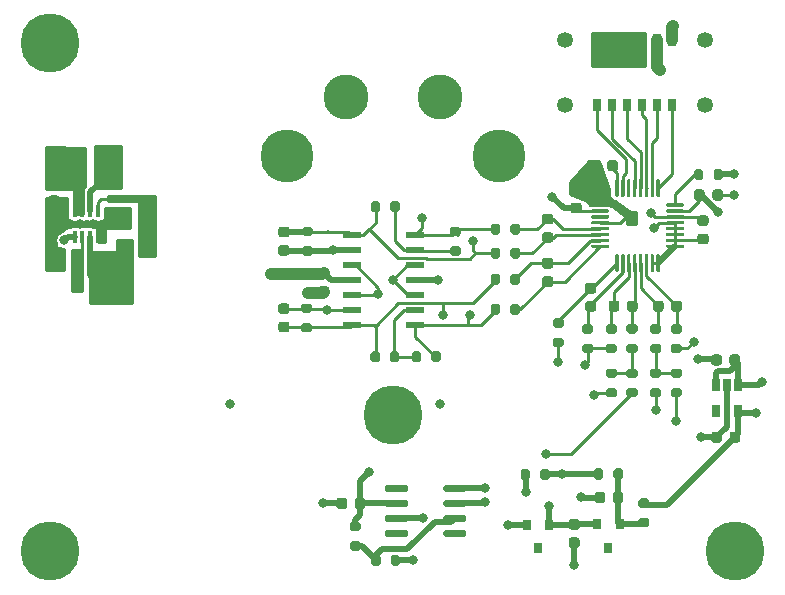
<source format=gbr>
G04 #@! TF.GenerationSoftware,KiCad,Pcbnew,(5.1.9-0-10_14)*
G04 #@! TF.CreationDate,2021-05-06T17:38:12-07:00*
G04 #@! TF.ProjectId,Luminometer_ADC,4c756d69-6e6f-46d6-9574-65725f414443,rev?*
G04 #@! TF.SameCoordinates,Original*
G04 #@! TF.FileFunction,Copper,L1,Top*
G04 #@! TF.FilePolarity,Positive*
%FSLAX46Y46*%
G04 Gerber Fmt 4.6, Leading zero omitted, Abs format (unit mm)*
G04 Created by KiCad (PCBNEW (5.1.9-0-10_14)) date 2021-05-06 17:38:12*
%MOMM*%
%LPD*%
G01*
G04 APERTURE LIST*
G04 #@! TA.AperFunction,ComponentPad*
%ADD10C,1.350000*%
G04 #@! TD*
G04 #@! TA.AperFunction,SMDPad,CuDef*
%ADD11R,0.800000X1.100000*%
G04 #@! TD*
G04 #@! TA.AperFunction,SMDPad,CuDef*
%ADD12R,1.500000X0.550000*%
G04 #@! TD*
G04 #@! TA.AperFunction,ComponentPad*
%ADD13C,5.000000*%
G04 #@! TD*
G04 #@! TA.AperFunction,ComponentPad*
%ADD14C,4.500000*%
G04 #@! TD*
G04 #@! TA.AperFunction,ComponentPad*
%ADD15C,3.800000*%
G04 #@! TD*
G04 #@! TA.AperFunction,SMDPad,CuDef*
%ADD16R,0.800000X0.900000*%
G04 #@! TD*
G04 #@! TA.AperFunction,SMDPad,CuDef*
%ADD17R,1.300000X3.400000*%
G04 #@! TD*
G04 #@! TA.AperFunction,SMDPad,CuDef*
%ADD18R,0.400000X1.060000*%
G04 #@! TD*
G04 #@! TA.AperFunction,SMDPad,CuDef*
%ADD19R,0.650000X1.060000*%
G04 #@! TD*
G04 #@! TA.AperFunction,ViaPad*
%ADD20C,0.800000*%
G04 #@! TD*
G04 #@! TA.AperFunction,Conductor*
%ADD21C,0.500000*%
G04 #@! TD*
G04 #@! TA.AperFunction,Conductor*
%ADD22C,0.250000*%
G04 #@! TD*
G04 #@! TA.AperFunction,Conductor*
%ADD23C,1.000000*%
G04 #@! TD*
G04 #@! TA.AperFunction,Conductor*
%ADD24C,0.200000*%
G04 #@! TD*
G04 #@! TA.AperFunction,Conductor*
%ADD25C,0.254000*%
G04 #@! TD*
G04 #@! TA.AperFunction,Conductor*
%ADD26C,0.100000*%
G04 #@! TD*
G04 APERTURE END LIST*
D10*
X162065000Y-88750000D03*
X173935000Y-88750000D03*
X173935000Y-83250000D03*
X162065000Y-83250000D03*
D11*
X164825000Y-88750000D03*
X166095000Y-88750000D03*
X167365000Y-88750000D03*
X171175000Y-83250000D03*
X169905000Y-83250000D03*
X164825000Y-83250000D03*
X168635000Y-88750000D03*
X169905000Y-88750000D03*
X171175000Y-88750000D03*
X166095000Y-83250000D03*
X167365000Y-83250000D03*
X168635000Y-83250000D03*
D12*
X149416000Y-99736000D03*
X149416000Y-101006000D03*
X149416000Y-102276000D03*
X149416000Y-103546000D03*
X149416000Y-104816000D03*
X149416000Y-106086000D03*
X149416000Y-107356000D03*
X144016000Y-107356000D03*
X144016000Y-106086000D03*
X144016000Y-104816000D03*
X144016000Y-103546000D03*
X144016000Y-102276000D03*
X144016000Y-101006000D03*
X144016000Y-99736000D03*
D13*
X147500000Y-115000000D03*
X176500000Y-126500000D03*
D14*
X138500000Y-93000000D03*
D15*
X151500000Y-88000000D03*
D13*
X118500000Y-126500000D03*
D14*
X156500000Y-93000000D03*
D15*
X143500000Y-88000000D03*
D13*
X118500000Y-83500000D03*
G04 #@! TA.AperFunction,SMDPad,CuDef*
G36*
G01*
X169475000Y-108925000D02*
X170025000Y-108925000D01*
G75*
G02*
X170225000Y-109125000I0J-200000D01*
G01*
X170225000Y-109525000D01*
G75*
G02*
X170025000Y-109725000I-200000J0D01*
G01*
X169475000Y-109725000D01*
G75*
G02*
X169275000Y-109525000I0J200000D01*
G01*
X169275000Y-109125000D01*
G75*
G02*
X169475000Y-108925000I200000J0D01*
G01*
G37*
G04 #@! TD.AperFunction*
G04 #@! TA.AperFunction,SMDPad,CuDef*
G36*
G01*
X169475000Y-107275000D02*
X170025000Y-107275000D01*
G75*
G02*
X170225000Y-107475000I0J-200000D01*
G01*
X170225000Y-107875000D01*
G75*
G02*
X170025000Y-108075000I-200000J0D01*
G01*
X169475000Y-108075000D01*
G75*
G02*
X169275000Y-107875000I0J200000D01*
G01*
X169275000Y-107475000D01*
G75*
G02*
X169475000Y-107275000I200000J0D01*
G01*
G37*
G04 #@! TD.AperFunction*
G04 #@! TA.AperFunction,SMDPad,CuDef*
G36*
G01*
X171225000Y-108925000D02*
X171775000Y-108925000D01*
G75*
G02*
X171975000Y-109125000I0J-200000D01*
G01*
X171975000Y-109525000D01*
G75*
G02*
X171775000Y-109725000I-200000J0D01*
G01*
X171225000Y-109725000D01*
G75*
G02*
X171025000Y-109525000I0J200000D01*
G01*
X171025000Y-109125000D01*
G75*
G02*
X171225000Y-108925000I200000J0D01*
G01*
G37*
G04 #@! TD.AperFunction*
G04 #@! TA.AperFunction,SMDPad,CuDef*
G36*
G01*
X171225000Y-107275000D02*
X171775000Y-107275000D01*
G75*
G02*
X171975000Y-107475000I0J-200000D01*
G01*
X171975000Y-107875000D01*
G75*
G02*
X171775000Y-108075000I-200000J0D01*
G01*
X171225000Y-108075000D01*
G75*
G02*
X171025000Y-107875000I0J200000D01*
G01*
X171025000Y-107475000D01*
G75*
G02*
X171225000Y-107275000I200000J0D01*
G01*
G37*
G04 #@! TD.AperFunction*
G04 #@! TA.AperFunction,SMDPad,CuDef*
G36*
G01*
X167475000Y-108925000D02*
X168025000Y-108925000D01*
G75*
G02*
X168225000Y-109125000I0J-200000D01*
G01*
X168225000Y-109525000D01*
G75*
G02*
X168025000Y-109725000I-200000J0D01*
G01*
X167475000Y-109725000D01*
G75*
G02*
X167275000Y-109525000I0J200000D01*
G01*
X167275000Y-109125000D01*
G75*
G02*
X167475000Y-108925000I200000J0D01*
G01*
G37*
G04 #@! TD.AperFunction*
G04 #@! TA.AperFunction,SMDPad,CuDef*
G36*
G01*
X167475000Y-107275000D02*
X168025000Y-107275000D01*
G75*
G02*
X168225000Y-107475000I0J-200000D01*
G01*
X168225000Y-107875000D01*
G75*
G02*
X168025000Y-108075000I-200000J0D01*
G01*
X167475000Y-108075000D01*
G75*
G02*
X167275000Y-107875000I0J200000D01*
G01*
X167275000Y-107475000D01*
G75*
G02*
X167475000Y-107275000I200000J0D01*
G01*
G37*
G04 #@! TD.AperFunction*
G04 #@! TA.AperFunction,SMDPad,CuDef*
G36*
G01*
X165725000Y-108925000D02*
X166275000Y-108925000D01*
G75*
G02*
X166475000Y-109125000I0J-200000D01*
G01*
X166475000Y-109525000D01*
G75*
G02*
X166275000Y-109725000I-200000J0D01*
G01*
X165725000Y-109725000D01*
G75*
G02*
X165525000Y-109525000I0J200000D01*
G01*
X165525000Y-109125000D01*
G75*
G02*
X165725000Y-108925000I200000J0D01*
G01*
G37*
G04 #@! TD.AperFunction*
G04 #@! TA.AperFunction,SMDPad,CuDef*
G36*
G01*
X165725000Y-107275000D02*
X166275000Y-107275000D01*
G75*
G02*
X166475000Y-107475000I0J-200000D01*
G01*
X166475000Y-107875000D01*
G75*
G02*
X166275000Y-108075000I-200000J0D01*
G01*
X165725000Y-108075000D01*
G75*
G02*
X165525000Y-107875000I0J200000D01*
G01*
X165525000Y-107475000D01*
G75*
G02*
X165725000Y-107275000I200000J0D01*
G01*
G37*
G04 #@! TD.AperFunction*
G04 #@! TA.AperFunction,SMDPad,CuDef*
G36*
G01*
X161225000Y-108425000D02*
X161775000Y-108425000D01*
G75*
G02*
X161975000Y-108625000I0J-200000D01*
G01*
X161975000Y-109025000D01*
G75*
G02*
X161775000Y-109225000I-200000J0D01*
G01*
X161225000Y-109225000D01*
G75*
G02*
X161025000Y-109025000I0J200000D01*
G01*
X161025000Y-108625000D01*
G75*
G02*
X161225000Y-108425000I200000J0D01*
G01*
G37*
G04 #@! TD.AperFunction*
G04 #@! TA.AperFunction,SMDPad,CuDef*
G36*
G01*
X161225000Y-106775000D02*
X161775000Y-106775000D01*
G75*
G02*
X161975000Y-106975000I0J-200000D01*
G01*
X161975000Y-107375000D01*
G75*
G02*
X161775000Y-107575000I-200000J0D01*
G01*
X161225000Y-107575000D01*
G75*
G02*
X161025000Y-107375000I0J200000D01*
G01*
X161025000Y-106975000D01*
G75*
G02*
X161225000Y-106775000I200000J0D01*
G01*
G37*
G04 #@! TD.AperFunction*
G04 #@! TA.AperFunction,SMDPad,CuDef*
G36*
G01*
X163725000Y-108925000D02*
X164275000Y-108925000D01*
G75*
G02*
X164475000Y-109125000I0J-200000D01*
G01*
X164475000Y-109525000D01*
G75*
G02*
X164275000Y-109725000I-200000J0D01*
G01*
X163725000Y-109725000D01*
G75*
G02*
X163525000Y-109525000I0J200000D01*
G01*
X163525000Y-109125000D01*
G75*
G02*
X163725000Y-108925000I200000J0D01*
G01*
G37*
G04 #@! TD.AperFunction*
G04 #@! TA.AperFunction,SMDPad,CuDef*
G36*
G01*
X163725000Y-107275000D02*
X164275000Y-107275000D01*
G75*
G02*
X164475000Y-107475000I0J-200000D01*
G01*
X164475000Y-107875000D01*
G75*
G02*
X164275000Y-108075000I-200000J0D01*
G01*
X163725000Y-108075000D01*
G75*
G02*
X163525000Y-107875000I0J200000D01*
G01*
X163525000Y-107475000D01*
G75*
G02*
X163725000Y-107275000I200000J0D01*
G01*
G37*
G04 #@! TD.AperFunction*
G04 #@! TA.AperFunction,SMDPad,CuDef*
G36*
G01*
X169475000Y-112675000D02*
X170025000Y-112675000D01*
G75*
G02*
X170225000Y-112875000I0J-200000D01*
G01*
X170225000Y-113275000D01*
G75*
G02*
X170025000Y-113475000I-200000J0D01*
G01*
X169475000Y-113475000D01*
G75*
G02*
X169275000Y-113275000I0J200000D01*
G01*
X169275000Y-112875000D01*
G75*
G02*
X169475000Y-112675000I200000J0D01*
G01*
G37*
G04 #@! TD.AperFunction*
G04 #@! TA.AperFunction,SMDPad,CuDef*
G36*
G01*
X169475000Y-111025000D02*
X170025000Y-111025000D01*
G75*
G02*
X170225000Y-111225000I0J-200000D01*
G01*
X170225000Y-111625000D01*
G75*
G02*
X170025000Y-111825000I-200000J0D01*
G01*
X169475000Y-111825000D01*
G75*
G02*
X169275000Y-111625000I0J200000D01*
G01*
X169275000Y-111225000D01*
G75*
G02*
X169475000Y-111025000I200000J0D01*
G01*
G37*
G04 #@! TD.AperFunction*
G04 #@! TA.AperFunction,SMDPad,CuDef*
G36*
G01*
X171775000Y-111825000D02*
X171225000Y-111825000D01*
G75*
G02*
X171025000Y-111625000I0J200000D01*
G01*
X171025000Y-111225000D01*
G75*
G02*
X171225000Y-111025000I200000J0D01*
G01*
X171775000Y-111025000D01*
G75*
G02*
X171975000Y-111225000I0J-200000D01*
G01*
X171975000Y-111625000D01*
G75*
G02*
X171775000Y-111825000I-200000J0D01*
G01*
G37*
G04 #@! TD.AperFunction*
G04 #@! TA.AperFunction,SMDPad,CuDef*
G36*
G01*
X171775000Y-113475000D02*
X171225000Y-113475000D01*
G75*
G02*
X171025000Y-113275000I0J200000D01*
G01*
X171025000Y-112875000D01*
G75*
G02*
X171225000Y-112675000I200000J0D01*
G01*
X171775000Y-112675000D01*
G75*
G02*
X171975000Y-112875000I0J-200000D01*
G01*
X171975000Y-113275000D01*
G75*
G02*
X171775000Y-113475000I-200000J0D01*
G01*
G37*
G04 #@! TD.AperFunction*
G04 #@! TA.AperFunction,SMDPad,CuDef*
G36*
G01*
X165725000Y-112675000D02*
X166275000Y-112675000D01*
G75*
G02*
X166475000Y-112875000I0J-200000D01*
G01*
X166475000Y-113275000D01*
G75*
G02*
X166275000Y-113475000I-200000J0D01*
G01*
X165725000Y-113475000D01*
G75*
G02*
X165525000Y-113275000I0J200000D01*
G01*
X165525000Y-112875000D01*
G75*
G02*
X165725000Y-112675000I200000J0D01*
G01*
G37*
G04 #@! TD.AperFunction*
G04 #@! TA.AperFunction,SMDPad,CuDef*
G36*
G01*
X165725000Y-111025000D02*
X166275000Y-111025000D01*
G75*
G02*
X166475000Y-111225000I0J-200000D01*
G01*
X166475000Y-111625000D01*
G75*
G02*
X166275000Y-111825000I-200000J0D01*
G01*
X165725000Y-111825000D01*
G75*
G02*
X165525000Y-111625000I0J200000D01*
G01*
X165525000Y-111225000D01*
G75*
G02*
X165725000Y-111025000I200000J0D01*
G01*
G37*
G04 #@! TD.AperFunction*
G04 #@! TA.AperFunction,SMDPad,CuDef*
G36*
G01*
X168025000Y-111825000D02*
X167475000Y-111825000D01*
G75*
G02*
X167275000Y-111625000I0J200000D01*
G01*
X167275000Y-111225000D01*
G75*
G02*
X167475000Y-111025000I200000J0D01*
G01*
X168025000Y-111025000D01*
G75*
G02*
X168225000Y-111225000I0J-200000D01*
G01*
X168225000Y-111625000D01*
G75*
G02*
X168025000Y-111825000I-200000J0D01*
G01*
G37*
G04 #@! TD.AperFunction*
G04 #@! TA.AperFunction,SMDPad,CuDef*
G36*
G01*
X168025000Y-113475000D02*
X167475000Y-113475000D01*
G75*
G02*
X167275000Y-113275000I0J200000D01*
G01*
X167275000Y-112875000D01*
G75*
G02*
X167475000Y-112675000I200000J0D01*
G01*
X168025000Y-112675000D01*
G75*
G02*
X168225000Y-112875000I0J-200000D01*
G01*
X168225000Y-113275000D01*
G75*
G02*
X168025000Y-113475000I-200000J0D01*
G01*
G37*
G04 #@! TD.AperFunction*
G04 #@! TA.AperFunction,SMDPad,CuDef*
G36*
G01*
X168475000Y-123675000D02*
X169025000Y-123675000D01*
G75*
G02*
X169225000Y-123875000I0J-200000D01*
G01*
X169225000Y-124275000D01*
G75*
G02*
X169025000Y-124475000I-200000J0D01*
G01*
X168475000Y-124475000D01*
G75*
G02*
X168275000Y-124275000I0J200000D01*
G01*
X168275000Y-123875000D01*
G75*
G02*
X168475000Y-123675000I200000J0D01*
G01*
G37*
G04 #@! TD.AperFunction*
G04 #@! TA.AperFunction,SMDPad,CuDef*
G36*
G01*
X168475000Y-122025000D02*
X169025000Y-122025000D01*
G75*
G02*
X169225000Y-122225000I0J-200000D01*
G01*
X169225000Y-122625000D01*
G75*
G02*
X169025000Y-122825000I-200000J0D01*
G01*
X168475000Y-122825000D01*
G75*
G02*
X168275000Y-122625000I0J200000D01*
G01*
X168275000Y-122225000D01*
G75*
G02*
X168475000Y-122025000I200000J0D01*
G01*
G37*
G04 #@! TD.AperFunction*
G04 #@! TA.AperFunction,SMDPad,CuDef*
G36*
G01*
X170425000Y-105500000D02*
X170425000Y-106000000D01*
G75*
G02*
X170200000Y-106225000I-225000J0D01*
G01*
X169750000Y-106225000D01*
G75*
G02*
X169525000Y-106000000I0J225000D01*
G01*
X169525000Y-105500000D01*
G75*
G02*
X169750000Y-105275000I225000J0D01*
G01*
X170200000Y-105275000D01*
G75*
G02*
X170425000Y-105500000I0J-225000D01*
G01*
G37*
G04 #@! TD.AperFunction*
G04 #@! TA.AperFunction,SMDPad,CuDef*
G36*
G01*
X171975000Y-105500000D02*
X171975000Y-106000000D01*
G75*
G02*
X171750000Y-106225000I-225000J0D01*
G01*
X171300000Y-106225000D01*
G75*
G02*
X171075000Y-106000000I0J225000D01*
G01*
X171075000Y-105500000D01*
G75*
G02*
X171300000Y-105275000I225000J0D01*
G01*
X171750000Y-105275000D01*
G75*
G02*
X171975000Y-105500000I0J-225000D01*
G01*
G37*
G04 #@! TD.AperFunction*
G04 #@! TA.AperFunction,SMDPad,CuDef*
G36*
G01*
X167325000Y-106000000D02*
X167325000Y-105500000D01*
G75*
G02*
X167550000Y-105275000I225000J0D01*
G01*
X168000000Y-105275000D01*
G75*
G02*
X168225000Y-105500000I0J-225000D01*
G01*
X168225000Y-106000000D01*
G75*
G02*
X168000000Y-106225000I-225000J0D01*
G01*
X167550000Y-106225000D01*
G75*
G02*
X167325000Y-106000000I0J225000D01*
G01*
G37*
G04 #@! TD.AperFunction*
G04 #@! TA.AperFunction,SMDPad,CuDef*
G36*
G01*
X165775000Y-106000000D02*
X165775000Y-105500000D01*
G75*
G02*
X166000000Y-105275000I225000J0D01*
G01*
X166450000Y-105275000D01*
G75*
G02*
X166675000Y-105500000I0J-225000D01*
G01*
X166675000Y-106000000D01*
G75*
G02*
X166450000Y-106225000I-225000J0D01*
G01*
X166000000Y-106225000D01*
G75*
G02*
X165775000Y-106000000I0J225000D01*
G01*
G37*
G04 #@! TD.AperFunction*
G04 #@! TA.AperFunction,SMDPad,CuDef*
G36*
G01*
X164500000Y-104675000D02*
X164000000Y-104675000D01*
G75*
G02*
X163775000Y-104450000I0J225000D01*
G01*
X163775000Y-104000000D01*
G75*
G02*
X164000000Y-103775000I225000J0D01*
G01*
X164500000Y-103775000D01*
G75*
G02*
X164725000Y-104000000I0J-225000D01*
G01*
X164725000Y-104450000D01*
G75*
G02*
X164500000Y-104675000I-225000J0D01*
G01*
G37*
G04 #@! TD.AperFunction*
G04 #@! TA.AperFunction,SMDPad,CuDef*
G36*
G01*
X164500000Y-106225000D02*
X164000000Y-106225000D01*
G75*
G02*
X163775000Y-106000000I0J225000D01*
G01*
X163775000Y-105550000D01*
G75*
G02*
X164000000Y-105325000I225000J0D01*
G01*
X164500000Y-105325000D01*
G75*
G02*
X164725000Y-105550000I0J-225000D01*
G01*
X164725000Y-106000000D01*
G75*
G02*
X164500000Y-106225000I-225000J0D01*
G01*
G37*
G04 #@! TD.AperFunction*
G04 #@! TA.AperFunction,SMDPad,CuDef*
G36*
G01*
X159125000Y-119725000D02*
X159125000Y-120275000D01*
G75*
G02*
X158925000Y-120475000I-200000J0D01*
G01*
X158525000Y-120475000D01*
G75*
G02*
X158325000Y-120275000I0J200000D01*
G01*
X158325000Y-119725000D01*
G75*
G02*
X158525000Y-119525000I200000J0D01*
G01*
X158925000Y-119525000D01*
G75*
G02*
X159125000Y-119725000I0J-200000D01*
G01*
G37*
G04 #@! TD.AperFunction*
G04 #@! TA.AperFunction,SMDPad,CuDef*
G36*
G01*
X160775000Y-119725000D02*
X160775000Y-120275000D01*
G75*
G02*
X160575000Y-120475000I-200000J0D01*
G01*
X160175000Y-120475000D01*
G75*
G02*
X159975000Y-120275000I0J200000D01*
G01*
X159975000Y-119725000D01*
G75*
G02*
X160175000Y-119525000I200000J0D01*
G01*
X160575000Y-119525000D01*
G75*
G02*
X160775000Y-119725000I0J-200000D01*
G01*
G37*
G04 #@! TD.AperFunction*
G04 #@! TA.AperFunction,SMDPad,CuDef*
G36*
G01*
X165325000Y-119675000D02*
X165325000Y-120225000D01*
G75*
G02*
X165125000Y-120425000I-200000J0D01*
G01*
X164725000Y-120425000D01*
G75*
G02*
X164525000Y-120225000I0J200000D01*
G01*
X164525000Y-119675000D01*
G75*
G02*
X164725000Y-119475000I200000J0D01*
G01*
X165125000Y-119475000D01*
G75*
G02*
X165325000Y-119675000I0J-200000D01*
G01*
G37*
G04 #@! TD.AperFunction*
G04 #@! TA.AperFunction,SMDPad,CuDef*
G36*
G01*
X166975000Y-119675000D02*
X166975000Y-120225000D01*
G75*
G02*
X166775000Y-120425000I-200000J0D01*
G01*
X166375000Y-120425000D01*
G75*
G02*
X166175000Y-120225000I0J200000D01*
G01*
X166175000Y-119675000D01*
G75*
G02*
X166375000Y-119475000I200000J0D01*
G01*
X166775000Y-119475000D01*
G75*
G02*
X166975000Y-119675000I0J-200000D01*
G01*
G37*
G04 #@! TD.AperFunction*
G04 #@! TA.AperFunction,SMDPad,CuDef*
G36*
G01*
X163266000Y-96343500D02*
X162766000Y-96343500D01*
G75*
G02*
X162541000Y-96118500I0J225000D01*
G01*
X162541000Y-95668500D01*
G75*
G02*
X162766000Y-95443500I225000J0D01*
G01*
X163266000Y-95443500D01*
G75*
G02*
X163491000Y-95668500I0J-225000D01*
G01*
X163491000Y-96118500D01*
G75*
G02*
X163266000Y-96343500I-225000J0D01*
G01*
G37*
G04 #@! TD.AperFunction*
G04 #@! TA.AperFunction,SMDPad,CuDef*
G36*
G01*
X163266000Y-97893500D02*
X162766000Y-97893500D01*
G75*
G02*
X162541000Y-97668500I0J225000D01*
G01*
X162541000Y-97218500D01*
G75*
G02*
X162766000Y-96993500I225000J0D01*
G01*
X163266000Y-96993500D01*
G75*
G02*
X163491000Y-97218500I0J-225000D01*
G01*
X163491000Y-97668500D01*
G75*
G02*
X163266000Y-97893500I-225000J0D01*
G01*
G37*
G04 #@! TD.AperFunction*
G04 #@! TA.AperFunction,SMDPad,CuDef*
G36*
G01*
X125925000Y-100950000D02*
X125925000Y-100450000D01*
G75*
G02*
X126150000Y-100225000I225000J0D01*
G01*
X126600000Y-100225000D01*
G75*
G02*
X126825000Y-100450000I0J-225000D01*
G01*
X126825000Y-100950000D01*
G75*
G02*
X126600000Y-101175000I-225000J0D01*
G01*
X126150000Y-101175000D01*
G75*
G02*
X125925000Y-100950000I0J225000D01*
G01*
G37*
G04 #@! TD.AperFunction*
G04 #@! TA.AperFunction,SMDPad,CuDef*
G36*
G01*
X124375000Y-100950000D02*
X124375000Y-100450000D01*
G75*
G02*
X124600000Y-100225000I225000J0D01*
G01*
X125050000Y-100225000D01*
G75*
G02*
X125275000Y-100450000I0J-225000D01*
G01*
X125275000Y-100950000D01*
G75*
G02*
X125050000Y-101175000I-225000J0D01*
G01*
X124600000Y-101175000D01*
G75*
G02*
X124375000Y-100950000I0J225000D01*
G01*
G37*
G04 #@! TD.AperFunction*
G04 #@! TA.AperFunction,SMDPad,CuDef*
G36*
G01*
X118550000Y-96375000D02*
X119050000Y-96375000D01*
G75*
G02*
X119275000Y-96600000I0J-225000D01*
G01*
X119275000Y-97050000D01*
G75*
G02*
X119050000Y-97275000I-225000J0D01*
G01*
X118550000Y-97275000D01*
G75*
G02*
X118325000Y-97050000I0J225000D01*
G01*
X118325000Y-96600000D01*
G75*
G02*
X118550000Y-96375000I225000J0D01*
G01*
G37*
G04 #@! TD.AperFunction*
G04 #@! TA.AperFunction,SMDPad,CuDef*
G36*
G01*
X118550000Y-94825000D02*
X119050000Y-94825000D01*
G75*
G02*
X119275000Y-95050000I0J-225000D01*
G01*
X119275000Y-95500000D01*
G75*
G02*
X119050000Y-95725000I-225000J0D01*
G01*
X118550000Y-95725000D01*
G75*
G02*
X118325000Y-95500000I0J225000D01*
G01*
X118325000Y-95050000D01*
G75*
G02*
X118550000Y-94825000I225000J0D01*
G01*
G37*
G04 #@! TD.AperFunction*
G04 #@! TA.AperFunction,SMDPad,CuDef*
G36*
G01*
X165475000Y-121700000D02*
X165475000Y-122200000D01*
G75*
G02*
X165250000Y-122425000I-225000J0D01*
G01*
X164800000Y-122425000D01*
G75*
G02*
X164575000Y-122200000I0J225000D01*
G01*
X164575000Y-121700000D01*
G75*
G02*
X164800000Y-121475000I225000J0D01*
G01*
X165250000Y-121475000D01*
G75*
G02*
X165475000Y-121700000I0J-225000D01*
G01*
G37*
G04 #@! TD.AperFunction*
G04 #@! TA.AperFunction,SMDPad,CuDef*
G36*
G01*
X167025000Y-121700000D02*
X167025000Y-122200000D01*
G75*
G02*
X166800000Y-122425000I-225000J0D01*
G01*
X166350000Y-122425000D01*
G75*
G02*
X166125000Y-122200000I0J225000D01*
G01*
X166125000Y-121700000D01*
G75*
G02*
X166350000Y-121475000I225000J0D01*
G01*
X166800000Y-121475000D01*
G75*
G02*
X167025000Y-121700000I0J-225000D01*
G01*
G37*
G04 #@! TD.AperFunction*
G04 #@! TA.AperFunction,SMDPad,CuDef*
G36*
G01*
X162600000Y-125325000D02*
X163100000Y-125325000D01*
G75*
G02*
X163325000Y-125550000I0J-225000D01*
G01*
X163325000Y-126000000D01*
G75*
G02*
X163100000Y-126225000I-225000J0D01*
G01*
X162600000Y-126225000D01*
G75*
G02*
X162375000Y-126000000I0J225000D01*
G01*
X162375000Y-125550000D01*
G75*
G02*
X162600000Y-125325000I225000J0D01*
G01*
G37*
G04 #@! TD.AperFunction*
G04 #@! TA.AperFunction,SMDPad,CuDef*
G36*
G01*
X162600000Y-123775000D02*
X163100000Y-123775000D01*
G75*
G02*
X163325000Y-124000000I0J-225000D01*
G01*
X163325000Y-124450000D01*
G75*
G02*
X163100000Y-124675000I-225000J0D01*
G01*
X162600000Y-124675000D01*
G75*
G02*
X162375000Y-124450000I0J225000D01*
G01*
X162375000Y-124000000D01*
G75*
G02*
X162600000Y-123775000I225000J0D01*
G01*
G37*
G04 #@! TD.AperFunction*
G04 #@! TA.AperFunction,SMDPad,CuDef*
G36*
G01*
X138026000Y-100572500D02*
X138526000Y-100572500D01*
G75*
G02*
X138751000Y-100797500I0J-225000D01*
G01*
X138751000Y-101247500D01*
G75*
G02*
X138526000Y-101472500I-225000J0D01*
G01*
X138026000Y-101472500D01*
G75*
G02*
X137801000Y-101247500I0J225000D01*
G01*
X137801000Y-100797500D01*
G75*
G02*
X138026000Y-100572500I225000J0D01*
G01*
G37*
G04 #@! TD.AperFunction*
G04 #@! TA.AperFunction,SMDPad,CuDef*
G36*
G01*
X138026000Y-99022500D02*
X138526000Y-99022500D01*
G75*
G02*
X138751000Y-99247500I0J-225000D01*
G01*
X138751000Y-99697500D01*
G75*
G02*
X138526000Y-99922500I-225000J0D01*
G01*
X138026000Y-99922500D01*
G75*
G02*
X137801000Y-99697500I0J225000D01*
G01*
X137801000Y-99247500D01*
G75*
G02*
X138026000Y-99022500I225000J0D01*
G01*
G37*
G04 #@! TD.AperFunction*
D16*
X159800000Y-126250000D03*
X158850000Y-124250000D03*
X160750000Y-124250000D03*
G04 #@! TA.AperFunction,SMDPad,CuDef*
G36*
G01*
X147258500Y-110310000D02*
X147258500Y-109760000D01*
G75*
G02*
X147458500Y-109560000I200000J0D01*
G01*
X147858500Y-109560000D01*
G75*
G02*
X148058500Y-109760000I0J-200000D01*
G01*
X148058500Y-110310000D01*
G75*
G02*
X147858500Y-110510000I-200000J0D01*
G01*
X147458500Y-110510000D01*
G75*
G02*
X147258500Y-110310000I0J200000D01*
G01*
G37*
G04 #@! TD.AperFunction*
G04 #@! TA.AperFunction,SMDPad,CuDef*
G36*
G01*
X145608500Y-110310000D02*
X145608500Y-109760000D01*
G75*
G02*
X145808500Y-109560000I200000J0D01*
G01*
X146208500Y-109560000D01*
G75*
G02*
X146408500Y-109760000I0J-200000D01*
G01*
X146408500Y-110310000D01*
G75*
G02*
X146208500Y-110510000I-200000J0D01*
G01*
X145808500Y-110510000D01*
G75*
G02*
X145608500Y-110310000I0J200000D01*
G01*
G37*
G04 #@! TD.AperFunction*
G04 #@! TA.AperFunction,SMDPad,CuDef*
G36*
G01*
X153071000Y-99822500D02*
X152521000Y-99822500D01*
G75*
G02*
X152321000Y-99622500I0J200000D01*
G01*
X152321000Y-99222500D01*
G75*
G02*
X152521000Y-99022500I200000J0D01*
G01*
X153071000Y-99022500D01*
G75*
G02*
X153271000Y-99222500I0J-200000D01*
G01*
X153271000Y-99622500D01*
G75*
G02*
X153071000Y-99822500I-200000J0D01*
G01*
G37*
G04 #@! TD.AperFunction*
G04 #@! TA.AperFunction,SMDPad,CuDef*
G36*
G01*
X153071000Y-101472500D02*
X152521000Y-101472500D01*
G75*
G02*
X152321000Y-101272500I0J200000D01*
G01*
X152321000Y-100872500D01*
G75*
G02*
X152521000Y-100672500I200000J0D01*
G01*
X153071000Y-100672500D01*
G75*
G02*
X153271000Y-100872500I0J-200000D01*
G01*
X153271000Y-101272500D01*
G75*
G02*
X153071000Y-101472500I-200000J0D01*
G01*
G37*
G04 #@! TD.AperFunction*
G04 #@! TA.AperFunction,SMDPad,CuDef*
G36*
G01*
X156608500Y-98948000D02*
X156608500Y-99498000D01*
G75*
G02*
X156408500Y-99698000I-200000J0D01*
G01*
X156008500Y-99698000D01*
G75*
G02*
X155808500Y-99498000I0J200000D01*
G01*
X155808500Y-98948000D01*
G75*
G02*
X156008500Y-98748000I200000J0D01*
G01*
X156408500Y-98748000D01*
G75*
G02*
X156608500Y-98948000I0J-200000D01*
G01*
G37*
G04 #@! TD.AperFunction*
G04 #@! TA.AperFunction,SMDPad,CuDef*
G36*
G01*
X158258500Y-98948000D02*
X158258500Y-99498000D01*
G75*
G02*
X158058500Y-99698000I-200000J0D01*
G01*
X157658500Y-99698000D01*
G75*
G02*
X157458500Y-99498000I0J200000D01*
G01*
X157458500Y-98948000D01*
G75*
G02*
X157658500Y-98748000I200000J0D01*
G01*
X158058500Y-98748000D01*
G75*
G02*
X158258500Y-98948000I0J-200000D01*
G01*
G37*
G04 #@! TD.AperFunction*
G04 #@! TA.AperFunction,SMDPad,CuDef*
G36*
G01*
X156600500Y-103194000D02*
X156600500Y-103744000D01*
G75*
G02*
X156400500Y-103944000I-200000J0D01*
G01*
X156000500Y-103944000D01*
G75*
G02*
X155800500Y-103744000I0J200000D01*
G01*
X155800500Y-103194000D01*
G75*
G02*
X156000500Y-102994000I200000J0D01*
G01*
X156400500Y-102994000D01*
G75*
G02*
X156600500Y-103194000I0J-200000D01*
G01*
G37*
G04 #@! TD.AperFunction*
G04 #@! TA.AperFunction,SMDPad,CuDef*
G36*
G01*
X158250500Y-103194000D02*
X158250500Y-103744000D01*
G75*
G02*
X158050500Y-103944000I-200000J0D01*
G01*
X157650500Y-103944000D01*
G75*
G02*
X157450500Y-103744000I0J200000D01*
G01*
X157450500Y-103194000D01*
G75*
G02*
X157650500Y-102994000I200000J0D01*
G01*
X158050500Y-102994000D01*
G75*
G02*
X158250500Y-103194000I0J-200000D01*
G01*
G37*
G04 #@! TD.AperFunction*
G04 #@! TA.AperFunction,SMDPad,CuDef*
G36*
G01*
X156600500Y-105734000D02*
X156600500Y-106284000D01*
G75*
G02*
X156400500Y-106484000I-200000J0D01*
G01*
X156000500Y-106484000D01*
G75*
G02*
X155800500Y-106284000I0J200000D01*
G01*
X155800500Y-105734000D01*
G75*
G02*
X156000500Y-105534000I200000J0D01*
G01*
X156400500Y-105534000D01*
G75*
G02*
X156600500Y-105734000I0J-200000D01*
G01*
G37*
G04 #@! TD.AperFunction*
G04 #@! TA.AperFunction,SMDPad,CuDef*
G36*
G01*
X158250500Y-105734000D02*
X158250500Y-106284000D01*
G75*
G02*
X158050500Y-106484000I-200000J0D01*
G01*
X157650500Y-106484000D01*
G75*
G02*
X157450500Y-106284000I0J200000D01*
G01*
X157450500Y-105734000D01*
G75*
G02*
X157650500Y-105534000I200000J0D01*
G01*
X158050500Y-105534000D01*
G75*
G02*
X158250500Y-105734000I0J-200000D01*
G01*
G37*
G04 #@! TD.AperFunction*
G04 #@! TA.AperFunction,SMDPad,CuDef*
G36*
G01*
X138026000Y-107056500D02*
X138526000Y-107056500D01*
G75*
G02*
X138751000Y-107281500I0J-225000D01*
G01*
X138751000Y-107731500D01*
G75*
G02*
X138526000Y-107956500I-225000J0D01*
G01*
X138026000Y-107956500D01*
G75*
G02*
X137801000Y-107731500I0J225000D01*
G01*
X137801000Y-107281500D01*
G75*
G02*
X138026000Y-107056500I225000J0D01*
G01*
G37*
G04 #@! TD.AperFunction*
G04 #@! TA.AperFunction,SMDPad,CuDef*
G36*
G01*
X138026000Y-105506500D02*
X138526000Y-105506500D01*
G75*
G02*
X138751000Y-105731500I0J-225000D01*
G01*
X138751000Y-106181500D01*
G75*
G02*
X138526000Y-106406500I-225000J0D01*
G01*
X138026000Y-106406500D01*
G75*
G02*
X137801000Y-106181500I0J225000D01*
G01*
X137801000Y-105731500D01*
G75*
G02*
X138026000Y-105506500I225000J0D01*
G01*
G37*
G04 #@! TD.AperFunction*
G04 #@! TA.AperFunction,SMDPad,CuDef*
G36*
G01*
X175353500Y-110054000D02*
X175353500Y-110554000D01*
G75*
G02*
X175128500Y-110779000I-225000J0D01*
G01*
X174678500Y-110779000D01*
G75*
G02*
X174453500Y-110554000I0J225000D01*
G01*
X174453500Y-110054000D01*
G75*
G02*
X174678500Y-109829000I225000J0D01*
G01*
X175128500Y-109829000D01*
G75*
G02*
X175353500Y-110054000I0J-225000D01*
G01*
G37*
G04 #@! TD.AperFunction*
G04 #@! TA.AperFunction,SMDPad,CuDef*
G36*
G01*
X176903500Y-110054000D02*
X176903500Y-110554000D01*
G75*
G02*
X176678500Y-110779000I-225000J0D01*
G01*
X176228500Y-110779000D01*
G75*
G02*
X176003500Y-110554000I0J225000D01*
G01*
X176003500Y-110054000D01*
G75*
G02*
X176228500Y-109829000I225000J0D01*
G01*
X176678500Y-109829000D01*
G75*
G02*
X176903500Y-110054000I0J-225000D01*
G01*
G37*
G04 #@! TD.AperFunction*
G04 #@! TA.AperFunction,SMDPad,CuDef*
G36*
G01*
X175363500Y-116584000D02*
X175363500Y-117084000D01*
G75*
G02*
X175138500Y-117309000I-225000J0D01*
G01*
X174688500Y-117309000D01*
G75*
G02*
X174463500Y-117084000I0J225000D01*
G01*
X174463500Y-116584000D01*
G75*
G02*
X174688500Y-116359000I225000J0D01*
G01*
X175138500Y-116359000D01*
G75*
G02*
X175363500Y-116584000I0J-225000D01*
G01*
G37*
G04 #@! TD.AperFunction*
G04 #@! TA.AperFunction,SMDPad,CuDef*
G36*
G01*
X176913500Y-116584000D02*
X176913500Y-117084000D01*
G75*
G02*
X176688500Y-117309000I-225000J0D01*
G01*
X176238500Y-117309000D01*
G75*
G02*
X176013500Y-117084000I0J225000D01*
G01*
X176013500Y-116584000D01*
G75*
G02*
X176238500Y-116359000I225000J0D01*
G01*
X176688500Y-116359000D01*
G75*
G02*
X176913500Y-116584000I0J-225000D01*
G01*
G37*
G04 #@! TD.AperFunction*
G04 #@! TA.AperFunction,SMDPad,CuDef*
G36*
G01*
X160353000Y-103216500D02*
X160853000Y-103216500D01*
G75*
G02*
X161078000Y-103441500I0J-225000D01*
G01*
X161078000Y-103891500D01*
G75*
G02*
X160853000Y-104116500I-225000J0D01*
G01*
X160353000Y-104116500D01*
G75*
G02*
X160128000Y-103891500I0J225000D01*
G01*
X160128000Y-103441500D01*
G75*
G02*
X160353000Y-103216500I225000J0D01*
G01*
G37*
G04 #@! TD.AperFunction*
G04 #@! TA.AperFunction,SMDPad,CuDef*
G36*
G01*
X160353000Y-101666500D02*
X160853000Y-101666500D01*
G75*
G02*
X161078000Y-101891500I0J-225000D01*
G01*
X161078000Y-102341500D01*
G75*
G02*
X160853000Y-102566500I-225000J0D01*
G01*
X160353000Y-102566500D01*
G75*
G02*
X160128000Y-102341500I0J225000D01*
G01*
X160128000Y-101891500D01*
G75*
G02*
X160353000Y-101666500I225000J0D01*
G01*
G37*
G04 #@! TD.AperFunction*
G04 #@! TA.AperFunction,SMDPad,CuDef*
G36*
G01*
X173505500Y-99605500D02*
X174005500Y-99605500D01*
G75*
G02*
X174230500Y-99830500I0J-225000D01*
G01*
X174230500Y-100280500D01*
G75*
G02*
X174005500Y-100505500I-225000J0D01*
G01*
X173505500Y-100505500D01*
G75*
G02*
X173280500Y-100280500I0J225000D01*
G01*
X173280500Y-99830500D01*
G75*
G02*
X173505500Y-99605500I225000J0D01*
G01*
G37*
G04 #@! TD.AperFunction*
G04 #@! TA.AperFunction,SMDPad,CuDef*
G36*
G01*
X173505500Y-98055500D02*
X174005500Y-98055500D01*
G75*
G02*
X174230500Y-98280500I0J-225000D01*
G01*
X174230500Y-98730500D01*
G75*
G02*
X174005500Y-98955500I-225000J0D01*
G01*
X173505500Y-98955500D01*
G75*
G02*
X173280500Y-98730500I0J225000D01*
G01*
X173280500Y-98280500D01*
G75*
G02*
X173505500Y-98055500I225000J0D01*
G01*
G37*
G04 #@! TD.AperFunction*
G04 #@! TA.AperFunction,SMDPad,CuDef*
G36*
G01*
X165010500Y-93599000D02*
X165010500Y-94099000D01*
G75*
G02*
X164785500Y-94324000I-225000J0D01*
G01*
X164335500Y-94324000D01*
G75*
G02*
X164110500Y-94099000I0J225000D01*
G01*
X164110500Y-93599000D01*
G75*
G02*
X164335500Y-93374000I225000J0D01*
G01*
X164785500Y-93374000D01*
G75*
G02*
X165010500Y-93599000I0J-225000D01*
G01*
G37*
G04 #@! TD.AperFunction*
G04 #@! TA.AperFunction,SMDPad,CuDef*
G36*
G01*
X166560500Y-93599000D02*
X166560500Y-94099000D01*
G75*
G02*
X166335500Y-94324000I-225000J0D01*
G01*
X165885500Y-94324000D01*
G75*
G02*
X165660500Y-94099000I0J225000D01*
G01*
X165660500Y-93599000D01*
G75*
G02*
X165885500Y-93374000I225000J0D01*
G01*
X166335500Y-93374000D01*
G75*
G02*
X166560500Y-93599000I0J-225000D01*
G01*
G37*
G04 #@! TD.AperFunction*
G04 #@! TA.AperFunction,SMDPad,CuDef*
G36*
G01*
X174550500Y-96584000D02*
X174550500Y-96084000D01*
G75*
G02*
X174775500Y-95859000I225000J0D01*
G01*
X175225500Y-95859000D01*
G75*
G02*
X175450500Y-96084000I0J-225000D01*
G01*
X175450500Y-96584000D01*
G75*
G02*
X175225500Y-96809000I-225000J0D01*
G01*
X174775500Y-96809000D01*
G75*
G02*
X174550500Y-96584000I0J225000D01*
G01*
G37*
G04 #@! TD.AperFunction*
G04 #@! TA.AperFunction,SMDPad,CuDef*
G36*
G01*
X173000500Y-96584000D02*
X173000500Y-96084000D01*
G75*
G02*
X173225500Y-95859000I225000J0D01*
G01*
X173675500Y-95859000D01*
G75*
G02*
X173900500Y-96084000I0J-225000D01*
G01*
X173900500Y-96584000D01*
G75*
G02*
X173675500Y-96809000I-225000J0D01*
G01*
X173225500Y-96809000D01*
G75*
G02*
X173000500Y-96584000I0J225000D01*
G01*
G37*
G04 #@! TD.AperFunction*
G04 #@! TA.AperFunction,SMDPad,CuDef*
G36*
G01*
X150758500Y-110310000D02*
X150758500Y-109760000D01*
G75*
G02*
X150958500Y-109560000I200000J0D01*
G01*
X151358500Y-109560000D01*
G75*
G02*
X151558500Y-109760000I0J-200000D01*
G01*
X151558500Y-110310000D01*
G75*
G02*
X151358500Y-110510000I-200000J0D01*
G01*
X150958500Y-110510000D01*
G75*
G02*
X150758500Y-110310000I0J200000D01*
G01*
G37*
G04 #@! TD.AperFunction*
G04 #@! TA.AperFunction,SMDPad,CuDef*
G36*
G01*
X149108500Y-110310000D02*
X149108500Y-109760000D01*
G75*
G02*
X149308500Y-109560000I200000J0D01*
G01*
X149708500Y-109560000D01*
G75*
G02*
X149908500Y-109760000I0J-200000D01*
G01*
X149908500Y-110310000D01*
G75*
G02*
X149708500Y-110510000I-200000J0D01*
G01*
X149308500Y-110510000D01*
G75*
G02*
X149108500Y-110310000I0J200000D01*
G01*
G37*
G04 #@! TD.AperFunction*
G04 #@! TA.AperFunction,SMDPad,CuDef*
G36*
G01*
X165723000Y-100829000D02*
X164373000Y-100829000D01*
G75*
G02*
X164298000Y-100754000I0J75000D01*
G01*
X164298000Y-100604000D01*
G75*
G02*
X164373000Y-100529000I75000J0D01*
G01*
X165723000Y-100529000D01*
G75*
G02*
X165798000Y-100604000I0J-75000D01*
G01*
X165798000Y-100754000D01*
G75*
G02*
X165723000Y-100829000I-75000J0D01*
G01*
G37*
G04 #@! TD.AperFunction*
G04 #@! TA.AperFunction,SMDPad,CuDef*
G36*
G01*
X165723000Y-100329000D02*
X164373000Y-100329000D01*
G75*
G02*
X164298000Y-100254000I0J75000D01*
G01*
X164298000Y-100104000D01*
G75*
G02*
X164373000Y-100029000I75000J0D01*
G01*
X165723000Y-100029000D01*
G75*
G02*
X165798000Y-100104000I0J-75000D01*
G01*
X165798000Y-100254000D01*
G75*
G02*
X165723000Y-100329000I-75000J0D01*
G01*
G37*
G04 #@! TD.AperFunction*
G04 #@! TA.AperFunction,SMDPad,CuDef*
G36*
G01*
X165723000Y-99829000D02*
X164373000Y-99829000D01*
G75*
G02*
X164298000Y-99754000I0J75000D01*
G01*
X164298000Y-99604000D01*
G75*
G02*
X164373000Y-99529000I75000J0D01*
G01*
X165723000Y-99529000D01*
G75*
G02*
X165798000Y-99604000I0J-75000D01*
G01*
X165798000Y-99754000D01*
G75*
G02*
X165723000Y-99829000I-75000J0D01*
G01*
G37*
G04 #@! TD.AperFunction*
G04 #@! TA.AperFunction,SMDPad,CuDef*
G36*
G01*
X165723000Y-99329000D02*
X164373000Y-99329000D01*
G75*
G02*
X164298000Y-99254000I0J75000D01*
G01*
X164298000Y-99104000D01*
G75*
G02*
X164373000Y-99029000I75000J0D01*
G01*
X165723000Y-99029000D01*
G75*
G02*
X165798000Y-99104000I0J-75000D01*
G01*
X165798000Y-99254000D01*
G75*
G02*
X165723000Y-99329000I-75000J0D01*
G01*
G37*
G04 #@! TD.AperFunction*
G04 #@! TA.AperFunction,SMDPad,CuDef*
G36*
G01*
X165723000Y-98829000D02*
X164373000Y-98829000D01*
G75*
G02*
X164298000Y-98754000I0J75000D01*
G01*
X164298000Y-98604000D01*
G75*
G02*
X164373000Y-98529000I75000J0D01*
G01*
X165723000Y-98529000D01*
G75*
G02*
X165798000Y-98604000I0J-75000D01*
G01*
X165798000Y-98754000D01*
G75*
G02*
X165723000Y-98829000I-75000J0D01*
G01*
G37*
G04 #@! TD.AperFunction*
G04 #@! TA.AperFunction,SMDPad,CuDef*
G36*
G01*
X165723000Y-98329000D02*
X164373000Y-98329000D01*
G75*
G02*
X164298000Y-98254000I0J75000D01*
G01*
X164298000Y-98104000D01*
G75*
G02*
X164373000Y-98029000I75000J0D01*
G01*
X165723000Y-98029000D01*
G75*
G02*
X165798000Y-98104000I0J-75000D01*
G01*
X165798000Y-98254000D01*
G75*
G02*
X165723000Y-98329000I-75000J0D01*
G01*
G37*
G04 #@! TD.AperFunction*
G04 #@! TA.AperFunction,SMDPad,CuDef*
G36*
G01*
X165723000Y-97829000D02*
X164373000Y-97829000D01*
G75*
G02*
X164298000Y-97754000I0J75000D01*
G01*
X164298000Y-97604000D01*
G75*
G02*
X164373000Y-97529000I75000J0D01*
G01*
X165723000Y-97529000D01*
G75*
G02*
X165798000Y-97604000I0J-75000D01*
G01*
X165798000Y-97754000D01*
G75*
G02*
X165723000Y-97829000I-75000J0D01*
G01*
G37*
G04 #@! TD.AperFunction*
G04 #@! TA.AperFunction,SMDPad,CuDef*
G36*
G01*
X165723000Y-97329000D02*
X164373000Y-97329000D01*
G75*
G02*
X164298000Y-97254000I0J75000D01*
G01*
X164298000Y-97104000D01*
G75*
G02*
X164373000Y-97029000I75000J0D01*
G01*
X165723000Y-97029000D01*
G75*
G02*
X165798000Y-97104000I0J-75000D01*
G01*
X165798000Y-97254000D01*
G75*
G02*
X165723000Y-97329000I-75000J0D01*
G01*
G37*
G04 #@! TD.AperFunction*
G04 #@! TA.AperFunction,SMDPad,CuDef*
G36*
G01*
X166548000Y-96504000D02*
X166398000Y-96504000D01*
G75*
G02*
X166323000Y-96429000I0J75000D01*
G01*
X166323000Y-95079000D01*
G75*
G02*
X166398000Y-95004000I75000J0D01*
G01*
X166548000Y-95004000D01*
G75*
G02*
X166623000Y-95079000I0J-75000D01*
G01*
X166623000Y-96429000D01*
G75*
G02*
X166548000Y-96504000I-75000J0D01*
G01*
G37*
G04 #@! TD.AperFunction*
G04 #@! TA.AperFunction,SMDPad,CuDef*
G36*
G01*
X167048000Y-96504000D02*
X166898000Y-96504000D01*
G75*
G02*
X166823000Y-96429000I0J75000D01*
G01*
X166823000Y-95079000D01*
G75*
G02*
X166898000Y-95004000I75000J0D01*
G01*
X167048000Y-95004000D01*
G75*
G02*
X167123000Y-95079000I0J-75000D01*
G01*
X167123000Y-96429000D01*
G75*
G02*
X167048000Y-96504000I-75000J0D01*
G01*
G37*
G04 #@! TD.AperFunction*
G04 #@! TA.AperFunction,SMDPad,CuDef*
G36*
G01*
X167548000Y-96504000D02*
X167398000Y-96504000D01*
G75*
G02*
X167323000Y-96429000I0J75000D01*
G01*
X167323000Y-95079000D01*
G75*
G02*
X167398000Y-95004000I75000J0D01*
G01*
X167548000Y-95004000D01*
G75*
G02*
X167623000Y-95079000I0J-75000D01*
G01*
X167623000Y-96429000D01*
G75*
G02*
X167548000Y-96504000I-75000J0D01*
G01*
G37*
G04 #@! TD.AperFunction*
G04 #@! TA.AperFunction,SMDPad,CuDef*
G36*
G01*
X168048000Y-96504000D02*
X167898000Y-96504000D01*
G75*
G02*
X167823000Y-96429000I0J75000D01*
G01*
X167823000Y-95079000D01*
G75*
G02*
X167898000Y-95004000I75000J0D01*
G01*
X168048000Y-95004000D01*
G75*
G02*
X168123000Y-95079000I0J-75000D01*
G01*
X168123000Y-96429000D01*
G75*
G02*
X168048000Y-96504000I-75000J0D01*
G01*
G37*
G04 #@! TD.AperFunction*
G04 #@! TA.AperFunction,SMDPad,CuDef*
G36*
G01*
X168548000Y-96504000D02*
X168398000Y-96504000D01*
G75*
G02*
X168323000Y-96429000I0J75000D01*
G01*
X168323000Y-95079000D01*
G75*
G02*
X168398000Y-95004000I75000J0D01*
G01*
X168548000Y-95004000D01*
G75*
G02*
X168623000Y-95079000I0J-75000D01*
G01*
X168623000Y-96429000D01*
G75*
G02*
X168548000Y-96504000I-75000J0D01*
G01*
G37*
G04 #@! TD.AperFunction*
G04 #@! TA.AperFunction,SMDPad,CuDef*
G36*
G01*
X169048000Y-96504000D02*
X168898000Y-96504000D01*
G75*
G02*
X168823000Y-96429000I0J75000D01*
G01*
X168823000Y-95079000D01*
G75*
G02*
X168898000Y-95004000I75000J0D01*
G01*
X169048000Y-95004000D01*
G75*
G02*
X169123000Y-95079000I0J-75000D01*
G01*
X169123000Y-96429000D01*
G75*
G02*
X169048000Y-96504000I-75000J0D01*
G01*
G37*
G04 #@! TD.AperFunction*
G04 #@! TA.AperFunction,SMDPad,CuDef*
G36*
G01*
X169548000Y-96504000D02*
X169398000Y-96504000D01*
G75*
G02*
X169323000Y-96429000I0J75000D01*
G01*
X169323000Y-95079000D01*
G75*
G02*
X169398000Y-95004000I75000J0D01*
G01*
X169548000Y-95004000D01*
G75*
G02*
X169623000Y-95079000I0J-75000D01*
G01*
X169623000Y-96429000D01*
G75*
G02*
X169548000Y-96504000I-75000J0D01*
G01*
G37*
G04 #@! TD.AperFunction*
G04 #@! TA.AperFunction,SMDPad,CuDef*
G36*
G01*
X170048000Y-96504000D02*
X169898000Y-96504000D01*
G75*
G02*
X169823000Y-96429000I0J75000D01*
G01*
X169823000Y-95079000D01*
G75*
G02*
X169898000Y-95004000I75000J0D01*
G01*
X170048000Y-95004000D01*
G75*
G02*
X170123000Y-95079000I0J-75000D01*
G01*
X170123000Y-96429000D01*
G75*
G02*
X170048000Y-96504000I-75000J0D01*
G01*
G37*
G04 #@! TD.AperFunction*
G04 #@! TA.AperFunction,SMDPad,CuDef*
G36*
G01*
X172073000Y-97329000D02*
X170723000Y-97329000D01*
G75*
G02*
X170648000Y-97254000I0J75000D01*
G01*
X170648000Y-97104000D01*
G75*
G02*
X170723000Y-97029000I75000J0D01*
G01*
X172073000Y-97029000D01*
G75*
G02*
X172148000Y-97104000I0J-75000D01*
G01*
X172148000Y-97254000D01*
G75*
G02*
X172073000Y-97329000I-75000J0D01*
G01*
G37*
G04 #@! TD.AperFunction*
G04 #@! TA.AperFunction,SMDPad,CuDef*
G36*
G01*
X172073000Y-97829000D02*
X170723000Y-97829000D01*
G75*
G02*
X170648000Y-97754000I0J75000D01*
G01*
X170648000Y-97604000D01*
G75*
G02*
X170723000Y-97529000I75000J0D01*
G01*
X172073000Y-97529000D01*
G75*
G02*
X172148000Y-97604000I0J-75000D01*
G01*
X172148000Y-97754000D01*
G75*
G02*
X172073000Y-97829000I-75000J0D01*
G01*
G37*
G04 #@! TD.AperFunction*
G04 #@! TA.AperFunction,SMDPad,CuDef*
G36*
G01*
X172073000Y-98329000D02*
X170723000Y-98329000D01*
G75*
G02*
X170648000Y-98254000I0J75000D01*
G01*
X170648000Y-98104000D01*
G75*
G02*
X170723000Y-98029000I75000J0D01*
G01*
X172073000Y-98029000D01*
G75*
G02*
X172148000Y-98104000I0J-75000D01*
G01*
X172148000Y-98254000D01*
G75*
G02*
X172073000Y-98329000I-75000J0D01*
G01*
G37*
G04 #@! TD.AperFunction*
G04 #@! TA.AperFunction,SMDPad,CuDef*
G36*
G01*
X172073000Y-98829000D02*
X170723000Y-98829000D01*
G75*
G02*
X170648000Y-98754000I0J75000D01*
G01*
X170648000Y-98604000D01*
G75*
G02*
X170723000Y-98529000I75000J0D01*
G01*
X172073000Y-98529000D01*
G75*
G02*
X172148000Y-98604000I0J-75000D01*
G01*
X172148000Y-98754000D01*
G75*
G02*
X172073000Y-98829000I-75000J0D01*
G01*
G37*
G04 #@! TD.AperFunction*
G04 #@! TA.AperFunction,SMDPad,CuDef*
G36*
G01*
X172073000Y-99329000D02*
X170723000Y-99329000D01*
G75*
G02*
X170648000Y-99254000I0J75000D01*
G01*
X170648000Y-99104000D01*
G75*
G02*
X170723000Y-99029000I75000J0D01*
G01*
X172073000Y-99029000D01*
G75*
G02*
X172148000Y-99104000I0J-75000D01*
G01*
X172148000Y-99254000D01*
G75*
G02*
X172073000Y-99329000I-75000J0D01*
G01*
G37*
G04 #@! TD.AperFunction*
G04 #@! TA.AperFunction,SMDPad,CuDef*
G36*
G01*
X172073000Y-99829000D02*
X170723000Y-99829000D01*
G75*
G02*
X170648000Y-99754000I0J75000D01*
G01*
X170648000Y-99604000D01*
G75*
G02*
X170723000Y-99529000I75000J0D01*
G01*
X172073000Y-99529000D01*
G75*
G02*
X172148000Y-99604000I0J-75000D01*
G01*
X172148000Y-99754000D01*
G75*
G02*
X172073000Y-99829000I-75000J0D01*
G01*
G37*
G04 #@! TD.AperFunction*
G04 #@! TA.AperFunction,SMDPad,CuDef*
G36*
G01*
X172073000Y-100329000D02*
X170723000Y-100329000D01*
G75*
G02*
X170648000Y-100254000I0J75000D01*
G01*
X170648000Y-100104000D01*
G75*
G02*
X170723000Y-100029000I75000J0D01*
G01*
X172073000Y-100029000D01*
G75*
G02*
X172148000Y-100104000I0J-75000D01*
G01*
X172148000Y-100254000D01*
G75*
G02*
X172073000Y-100329000I-75000J0D01*
G01*
G37*
G04 #@! TD.AperFunction*
G04 #@! TA.AperFunction,SMDPad,CuDef*
G36*
G01*
X172073000Y-100829000D02*
X170723000Y-100829000D01*
G75*
G02*
X170648000Y-100754000I0J75000D01*
G01*
X170648000Y-100604000D01*
G75*
G02*
X170723000Y-100529000I75000J0D01*
G01*
X172073000Y-100529000D01*
G75*
G02*
X172148000Y-100604000I0J-75000D01*
G01*
X172148000Y-100754000D01*
G75*
G02*
X172073000Y-100829000I-75000J0D01*
G01*
G37*
G04 #@! TD.AperFunction*
G04 #@! TA.AperFunction,SMDPad,CuDef*
G36*
G01*
X170048000Y-102854000D02*
X169898000Y-102854000D01*
G75*
G02*
X169823000Y-102779000I0J75000D01*
G01*
X169823000Y-101429000D01*
G75*
G02*
X169898000Y-101354000I75000J0D01*
G01*
X170048000Y-101354000D01*
G75*
G02*
X170123000Y-101429000I0J-75000D01*
G01*
X170123000Y-102779000D01*
G75*
G02*
X170048000Y-102854000I-75000J0D01*
G01*
G37*
G04 #@! TD.AperFunction*
G04 #@! TA.AperFunction,SMDPad,CuDef*
G36*
G01*
X169548000Y-102854000D02*
X169398000Y-102854000D01*
G75*
G02*
X169323000Y-102779000I0J75000D01*
G01*
X169323000Y-101429000D01*
G75*
G02*
X169398000Y-101354000I75000J0D01*
G01*
X169548000Y-101354000D01*
G75*
G02*
X169623000Y-101429000I0J-75000D01*
G01*
X169623000Y-102779000D01*
G75*
G02*
X169548000Y-102854000I-75000J0D01*
G01*
G37*
G04 #@! TD.AperFunction*
G04 #@! TA.AperFunction,SMDPad,CuDef*
G36*
G01*
X169048000Y-102854000D02*
X168898000Y-102854000D01*
G75*
G02*
X168823000Y-102779000I0J75000D01*
G01*
X168823000Y-101429000D01*
G75*
G02*
X168898000Y-101354000I75000J0D01*
G01*
X169048000Y-101354000D01*
G75*
G02*
X169123000Y-101429000I0J-75000D01*
G01*
X169123000Y-102779000D01*
G75*
G02*
X169048000Y-102854000I-75000J0D01*
G01*
G37*
G04 #@! TD.AperFunction*
G04 #@! TA.AperFunction,SMDPad,CuDef*
G36*
G01*
X168548000Y-102854000D02*
X168398000Y-102854000D01*
G75*
G02*
X168323000Y-102779000I0J75000D01*
G01*
X168323000Y-101429000D01*
G75*
G02*
X168398000Y-101354000I75000J0D01*
G01*
X168548000Y-101354000D01*
G75*
G02*
X168623000Y-101429000I0J-75000D01*
G01*
X168623000Y-102779000D01*
G75*
G02*
X168548000Y-102854000I-75000J0D01*
G01*
G37*
G04 #@! TD.AperFunction*
G04 #@! TA.AperFunction,SMDPad,CuDef*
G36*
G01*
X168048000Y-102854000D02*
X167898000Y-102854000D01*
G75*
G02*
X167823000Y-102779000I0J75000D01*
G01*
X167823000Y-101429000D01*
G75*
G02*
X167898000Y-101354000I75000J0D01*
G01*
X168048000Y-101354000D01*
G75*
G02*
X168123000Y-101429000I0J-75000D01*
G01*
X168123000Y-102779000D01*
G75*
G02*
X168048000Y-102854000I-75000J0D01*
G01*
G37*
G04 #@! TD.AperFunction*
G04 #@! TA.AperFunction,SMDPad,CuDef*
G36*
G01*
X167548000Y-102854000D02*
X167398000Y-102854000D01*
G75*
G02*
X167323000Y-102779000I0J75000D01*
G01*
X167323000Y-101429000D01*
G75*
G02*
X167398000Y-101354000I75000J0D01*
G01*
X167548000Y-101354000D01*
G75*
G02*
X167623000Y-101429000I0J-75000D01*
G01*
X167623000Y-102779000D01*
G75*
G02*
X167548000Y-102854000I-75000J0D01*
G01*
G37*
G04 #@! TD.AperFunction*
G04 #@! TA.AperFunction,SMDPad,CuDef*
G36*
G01*
X167048000Y-102854000D02*
X166898000Y-102854000D01*
G75*
G02*
X166823000Y-102779000I0J75000D01*
G01*
X166823000Y-101429000D01*
G75*
G02*
X166898000Y-101354000I75000J0D01*
G01*
X167048000Y-101354000D01*
G75*
G02*
X167123000Y-101429000I0J-75000D01*
G01*
X167123000Y-102779000D01*
G75*
G02*
X167048000Y-102854000I-75000J0D01*
G01*
G37*
G04 #@! TD.AperFunction*
G04 #@! TA.AperFunction,SMDPad,CuDef*
G36*
G01*
X166548000Y-102854000D02*
X166398000Y-102854000D01*
G75*
G02*
X166323000Y-102779000I0J75000D01*
G01*
X166323000Y-101429000D01*
G75*
G02*
X166398000Y-101354000I75000J0D01*
G01*
X166548000Y-101354000D01*
G75*
G02*
X166623000Y-101429000I0J-75000D01*
G01*
X166623000Y-102779000D01*
G75*
G02*
X166548000Y-102854000I-75000J0D01*
G01*
G37*
G04 #@! TD.AperFunction*
G04 #@! TA.AperFunction,SMDPad,CuDef*
G36*
G01*
X144274500Y-122697000D02*
X144274500Y-122197000D01*
G75*
G02*
X144499500Y-121972000I225000J0D01*
G01*
X144949500Y-121972000D01*
G75*
G02*
X145174500Y-122197000I0J-225000D01*
G01*
X145174500Y-122697000D01*
G75*
G02*
X144949500Y-122922000I-225000J0D01*
G01*
X144499500Y-122922000D01*
G75*
G02*
X144274500Y-122697000I0J225000D01*
G01*
G37*
G04 #@! TD.AperFunction*
G04 #@! TA.AperFunction,SMDPad,CuDef*
G36*
G01*
X142724500Y-122697000D02*
X142724500Y-122197000D01*
G75*
G02*
X142949500Y-121972000I225000J0D01*
G01*
X143399500Y-121972000D01*
G75*
G02*
X143624500Y-122197000I0J-225000D01*
G01*
X143624500Y-122697000D01*
G75*
G02*
X143399500Y-122922000I-225000J0D01*
G01*
X142949500Y-122922000D01*
G75*
G02*
X142724500Y-122697000I0J225000D01*
G01*
G37*
G04 #@! TD.AperFunction*
G04 #@! TA.AperFunction,SMDPad,CuDef*
G36*
G01*
X147321000Y-127548000D02*
X147321000Y-126998000D01*
G75*
G02*
X147521000Y-126798000I200000J0D01*
G01*
X147921000Y-126798000D01*
G75*
G02*
X148121000Y-126998000I0J-200000D01*
G01*
X148121000Y-127548000D01*
G75*
G02*
X147921000Y-127748000I-200000J0D01*
G01*
X147521000Y-127748000D01*
G75*
G02*
X147321000Y-127548000I0J200000D01*
G01*
G37*
G04 #@! TD.AperFunction*
G04 #@! TA.AperFunction,SMDPad,CuDef*
G36*
G01*
X145671000Y-127548000D02*
X145671000Y-126998000D01*
G75*
G02*
X145871000Y-126798000I200000J0D01*
G01*
X146271000Y-126798000D01*
G75*
G02*
X146471000Y-126998000I0J-200000D01*
G01*
X146471000Y-127548000D01*
G75*
G02*
X146271000Y-127748000I-200000J0D01*
G01*
X145871000Y-127748000D01*
G75*
G02*
X145671000Y-127548000I0J200000D01*
G01*
G37*
G04 #@! TD.AperFunction*
G04 #@! TA.AperFunction,SMDPad,CuDef*
G36*
G01*
X121225000Y-103425000D02*
X121225000Y-103975000D01*
G75*
G02*
X121025000Y-104175000I-200000J0D01*
G01*
X120625000Y-104175000D01*
G75*
G02*
X120425000Y-103975000I0J200000D01*
G01*
X120425000Y-103425000D01*
G75*
G02*
X120625000Y-103225000I200000J0D01*
G01*
X121025000Y-103225000D01*
G75*
G02*
X121225000Y-103425000I0J-200000D01*
G01*
G37*
G04 #@! TD.AperFunction*
G04 #@! TA.AperFunction,SMDPad,CuDef*
G36*
G01*
X122875000Y-103425000D02*
X122875000Y-103975000D01*
G75*
G02*
X122675000Y-104175000I-200000J0D01*
G01*
X122275000Y-104175000D01*
G75*
G02*
X122075000Y-103975000I0J200000D01*
G01*
X122075000Y-103425000D01*
G75*
G02*
X122275000Y-103225000I200000J0D01*
G01*
X122675000Y-103225000D01*
G75*
G02*
X122875000Y-103425000I0J-200000D01*
G01*
G37*
G04 #@! TD.AperFunction*
G04 #@! TA.AperFunction,SMDPad,CuDef*
G36*
G01*
X119625000Y-101775000D02*
X119625000Y-102325000D01*
G75*
G02*
X119425000Y-102525000I-200000J0D01*
G01*
X119025000Y-102525000D01*
G75*
G02*
X118825000Y-102325000I0J200000D01*
G01*
X118825000Y-101775000D01*
G75*
G02*
X119025000Y-101575000I200000J0D01*
G01*
X119425000Y-101575000D01*
G75*
G02*
X119625000Y-101775000I0J-200000D01*
G01*
G37*
G04 #@! TD.AperFunction*
G04 #@! TA.AperFunction,SMDPad,CuDef*
G36*
G01*
X121275000Y-101775000D02*
X121275000Y-102325000D01*
G75*
G02*
X121075000Y-102525000I-200000J0D01*
G01*
X120675000Y-102525000D01*
G75*
G02*
X120475000Y-102325000I0J200000D01*
G01*
X120475000Y-101775000D01*
G75*
G02*
X120675000Y-101575000I200000J0D01*
G01*
X121075000Y-101575000D01*
G75*
G02*
X121275000Y-101775000I0J-200000D01*
G01*
G37*
G04 #@! TD.AperFunction*
G04 #@! TA.AperFunction,SMDPad,CuDef*
G36*
G01*
X125325000Y-97800000D02*
X125325000Y-98300000D01*
G75*
G02*
X125100000Y-98525000I-225000J0D01*
G01*
X124650000Y-98525000D01*
G75*
G02*
X124425000Y-98300000I0J225000D01*
G01*
X124425000Y-97800000D01*
G75*
G02*
X124650000Y-97575000I225000J0D01*
G01*
X125100000Y-97575000D01*
G75*
G02*
X125325000Y-97800000I0J-225000D01*
G01*
G37*
G04 #@! TD.AperFunction*
G04 #@! TA.AperFunction,SMDPad,CuDef*
G36*
G01*
X126875000Y-97800000D02*
X126875000Y-98300000D01*
G75*
G02*
X126650000Y-98525000I-225000J0D01*
G01*
X126200000Y-98525000D01*
G75*
G02*
X125975000Y-98300000I0J225000D01*
G01*
X125975000Y-97800000D01*
G75*
G02*
X126200000Y-97575000I225000J0D01*
G01*
X126650000Y-97575000D01*
G75*
G02*
X126875000Y-97800000I0J-225000D01*
G01*
G37*
G04 #@! TD.AperFunction*
D17*
X120869000Y-93967000D03*
X122969000Y-93967000D03*
G04 #@! TA.AperFunction,SMDPad,CuDef*
G36*
G01*
X141394000Y-104050500D02*
X141894000Y-104050500D01*
G75*
G02*
X142119000Y-104275500I0J-225000D01*
G01*
X142119000Y-104725500D01*
G75*
G02*
X141894000Y-104950500I-225000J0D01*
G01*
X141394000Y-104950500D01*
G75*
G02*
X141169000Y-104725500I0J225000D01*
G01*
X141169000Y-104275500D01*
G75*
G02*
X141394000Y-104050500I225000J0D01*
G01*
G37*
G04 #@! TD.AperFunction*
G04 #@! TA.AperFunction,SMDPad,CuDef*
G36*
G01*
X141394000Y-102500500D02*
X141894000Y-102500500D01*
G75*
G02*
X142119000Y-102725500I0J-225000D01*
G01*
X142119000Y-103175500D01*
G75*
G02*
X141894000Y-103400500I-225000J0D01*
G01*
X141394000Y-103400500D01*
G75*
G02*
X141169000Y-103175500I0J225000D01*
G01*
X141169000Y-102725500D01*
G75*
G02*
X141394000Y-102500500I225000J0D01*
G01*
G37*
G04 #@! TD.AperFunction*
D18*
X120569000Y-97672000D03*
X121219000Y-97672000D03*
X121879000Y-97672000D03*
X122529000Y-97672000D03*
X122529000Y-99872000D03*
X121879000Y-99872000D03*
X121219000Y-99872000D03*
X120569000Y-99872000D03*
D16*
X165750000Y-126200000D03*
X164800000Y-124200000D03*
X166700000Y-124200000D03*
D19*
X176736000Y-114624000D03*
X174836000Y-114624000D03*
X174836000Y-112424000D03*
X175786000Y-112424000D03*
X176736000Y-112424000D03*
G04 #@! TA.AperFunction,SMDPad,CuDef*
G36*
G01*
X140551000Y-99822500D02*
X140001000Y-99822500D01*
G75*
G02*
X139801000Y-99622500I0J200000D01*
G01*
X139801000Y-99222500D01*
G75*
G02*
X140001000Y-99022500I200000J0D01*
G01*
X140551000Y-99022500D01*
G75*
G02*
X140751000Y-99222500I0J-200000D01*
G01*
X140751000Y-99622500D01*
G75*
G02*
X140551000Y-99822500I-200000J0D01*
G01*
G37*
G04 #@! TD.AperFunction*
G04 #@! TA.AperFunction,SMDPad,CuDef*
G36*
G01*
X140551000Y-101472500D02*
X140001000Y-101472500D01*
G75*
G02*
X139801000Y-101272500I0J200000D01*
G01*
X139801000Y-100872500D01*
G75*
G02*
X140001000Y-100672500I200000J0D01*
G01*
X140551000Y-100672500D01*
G75*
G02*
X140751000Y-100872500I0J-200000D01*
G01*
X140751000Y-101272500D01*
G75*
G02*
X140551000Y-101472500I-200000J0D01*
G01*
G37*
G04 #@! TD.AperFunction*
G04 #@! TA.AperFunction,SMDPad,CuDef*
G36*
G01*
X147293500Y-97598000D02*
X147293500Y-97048000D01*
G75*
G02*
X147493500Y-96848000I200000J0D01*
G01*
X147893500Y-96848000D01*
G75*
G02*
X148093500Y-97048000I0J-200000D01*
G01*
X148093500Y-97598000D01*
G75*
G02*
X147893500Y-97798000I-200000J0D01*
G01*
X147493500Y-97798000D01*
G75*
G02*
X147293500Y-97598000I0J200000D01*
G01*
G37*
G04 #@! TD.AperFunction*
G04 #@! TA.AperFunction,SMDPad,CuDef*
G36*
G01*
X145643500Y-97598000D02*
X145643500Y-97048000D01*
G75*
G02*
X145843500Y-96848000I200000J0D01*
G01*
X146243500Y-96848000D01*
G75*
G02*
X146443500Y-97048000I0J-200000D01*
G01*
X146443500Y-97598000D01*
G75*
G02*
X146243500Y-97798000I-200000J0D01*
G01*
X145843500Y-97798000D01*
G75*
G02*
X145643500Y-97598000I0J200000D01*
G01*
G37*
G04 #@! TD.AperFunction*
G04 #@! TA.AperFunction,SMDPad,CuDef*
G36*
G01*
X156608500Y-100980000D02*
X156608500Y-101530000D01*
G75*
G02*
X156408500Y-101730000I-200000J0D01*
G01*
X156008500Y-101730000D01*
G75*
G02*
X155808500Y-101530000I0J200000D01*
G01*
X155808500Y-100980000D01*
G75*
G02*
X156008500Y-100780000I200000J0D01*
G01*
X156408500Y-100780000D01*
G75*
G02*
X156608500Y-100980000I0J-200000D01*
G01*
G37*
G04 #@! TD.AperFunction*
G04 #@! TA.AperFunction,SMDPad,CuDef*
G36*
G01*
X158258500Y-100980000D02*
X158258500Y-101530000D01*
G75*
G02*
X158058500Y-101730000I-200000J0D01*
G01*
X157658500Y-101730000D01*
G75*
G02*
X157458500Y-101530000I0J200000D01*
G01*
X157458500Y-100980000D01*
G75*
G02*
X157658500Y-100780000I200000J0D01*
G01*
X158058500Y-100780000D01*
G75*
G02*
X158258500Y-100980000I0J-200000D01*
G01*
G37*
G04 #@! TD.AperFunction*
G04 #@! TA.AperFunction,SMDPad,CuDef*
G36*
G01*
X148784000Y-124836000D02*
X148784000Y-125136000D01*
G75*
G02*
X148634000Y-125286000I-150000J0D01*
G01*
X146984000Y-125286000D01*
G75*
G02*
X146834000Y-125136000I0J150000D01*
G01*
X146834000Y-124836000D01*
G75*
G02*
X146984000Y-124686000I150000J0D01*
G01*
X148634000Y-124686000D01*
G75*
G02*
X148784000Y-124836000I0J-150000D01*
G01*
G37*
G04 #@! TD.AperFunction*
G04 #@! TA.AperFunction,SMDPad,CuDef*
G36*
G01*
X148784000Y-123566000D02*
X148784000Y-123866000D01*
G75*
G02*
X148634000Y-124016000I-150000J0D01*
G01*
X146984000Y-124016000D01*
G75*
G02*
X146834000Y-123866000I0J150000D01*
G01*
X146834000Y-123566000D01*
G75*
G02*
X146984000Y-123416000I150000J0D01*
G01*
X148634000Y-123416000D01*
G75*
G02*
X148784000Y-123566000I0J-150000D01*
G01*
G37*
G04 #@! TD.AperFunction*
G04 #@! TA.AperFunction,SMDPad,CuDef*
G36*
G01*
X148784000Y-122296000D02*
X148784000Y-122596000D01*
G75*
G02*
X148634000Y-122746000I-150000J0D01*
G01*
X146984000Y-122746000D01*
G75*
G02*
X146834000Y-122596000I0J150000D01*
G01*
X146834000Y-122296000D01*
G75*
G02*
X146984000Y-122146000I150000J0D01*
G01*
X148634000Y-122146000D01*
G75*
G02*
X148784000Y-122296000I0J-150000D01*
G01*
G37*
G04 #@! TD.AperFunction*
G04 #@! TA.AperFunction,SMDPad,CuDef*
G36*
G01*
X148784000Y-121026000D02*
X148784000Y-121326000D01*
G75*
G02*
X148634000Y-121476000I-150000J0D01*
G01*
X146984000Y-121476000D01*
G75*
G02*
X146834000Y-121326000I0J150000D01*
G01*
X146834000Y-121026000D01*
G75*
G02*
X146984000Y-120876000I150000J0D01*
G01*
X148634000Y-120876000D01*
G75*
G02*
X148784000Y-121026000I0J-150000D01*
G01*
G37*
G04 #@! TD.AperFunction*
G04 #@! TA.AperFunction,SMDPad,CuDef*
G36*
G01*
X153734000Y-121026000D02*
X153734000Y-121326000D01*
G75*
G02*
X153584000Y-121476000I-150000J0D01*
G01*
X151934000Y-121476000D01*
G75*
G02*
X151784000Y-121326000I0J150000D01*
G01*
X151784000Y-121026000D01*
G75*
G02*
X151934000Y-120876000I150000J0D01*
G01*
X153584000Y-120876000D01*
G75*
G02*
X153734000Y-121026000I0J-150000D01*
G01*
G37*
G04 #@! TD.AperFunction*
G04 #@! TA.AperFunction,SMDPad,CuDef*
G36*
G01*
X153734000Y-122296000D02*
X153734000Y-122596000D01*
G75*
G02*
X153584000Y-122746000I-150000J0D01*
G01*
X151934000Y-122746000D01*
G75*
G02*
X151784000Y-122596000I0J150000D01*
G01*
X151784000Y-122296000D01*
G75*
G02*
X151934000Y-122146000I150000J0D01*
G01*
X153584000Y-122146000D01*
G75*
G02*
X153734000Y-122296000I0J-150000D01*
G01*
G37*
G04 #@! TD.AperFunction*
G04 #@! TA.AperFunction,SMDPad,CuDef*
G36*
G01*
X153734000Y-123566000D02*
X153734000Y-123866000D01*
G75*
G02*
X153584000Y-124016000I-150000J0D01*
G01*
X151934000Y-124016000D01*
G75*
G02*
X151784000Y-123866000I0J150000D01*
G01*
X151784000Y-123566000D01*
G75*
G02*
X151934000Y-123416000I150000J0D01*
G01*
X153584000Y-123416000D01*
G75*
G02*
X153734000Y-123566000I0J-150000D01*
G01*
G37*
G04 #@! TD.AperFunction*
G04 #@! TA.AperFunction,SMDPad,CuDef*
G36*
G01*
X153734000Y-124836000D02*
X153734000Y-125136000D01*
G75*
G02*
X153584000Y-125286000I-150000J0D01*
G01*
X151934000Y-125286000D01*
G75*
G02*
X151784000Y-125136000I0J150000D01*
G01*
X151784000Y-124836000D01*
G75*
G02*
X151934000Y-124686000I150000J0D01*
G01*
X153584000Y-124686000D01*
G75*
G02*
X153734000Y-124836000I0J-150000D01*
G01*
G37*
G04 #@! TD.AperFunction*
G04 #@! TA.AperFunction,SMDPad,CuDef*
G36*
G01*
X173800500Y-94344000D02*
X173800500Y-94894000D01*
G75*
G02*
X173600500Y-95094000I-200000J0D01*
G01*
X173200500Y-95094000D01*
G75*
G02*
X173000500Y-94894000I0J200000D01*
G01*
X173000500Y-94344000D01*
G75*
G02*
X173200500Y-94144000I200000J0D01*
G01*
X173600500Y-94144000D01*
G75*
G02*
X173800500Y-94344000I0J-200000D01*
G01*
G37*
G04 #@! TD.AperFunction*
G04 #@! TA.AperFunction,SMDPad,CuDef*
G36*
G01*
X175450500Y-94344000D02*
X175450500Y-94894000D01*
G75*
G02*
X175250500Y-95094000I-200000J0D01*
G01*
X174850500Y-95094000D01*
G75*
G02*
X174650500Y-94894000I0J200000D01*
G01*
X174650500Y-94344000D01*
G75*
G02*
X174850500Y-94144000I200000J0D01*
G01*
X175250500Y-94144000D01*
G75*
G02*
X175450500Y-94344000I0J-200000D01*
G01*
G37*
G04 #@! TD.AperFunction*
G04 #@! TA.AperFunction,SMDPad,CuDef*
G36*
G01*
X160853000Y-98831500D02*
X160353000Y-98831500D01*
G75*
G02*
X160128000Y-98606500I0J225000D01*
G01*
X160128000Y-98156500D01*
G75*
G02*
X160353000Y-97931500I225000J0D01*
G01*
X160853000Y-97931500D01*
G75*
G02*
X161078000Y-98156500I0J-225000D01*
G01*
X161078000Y-98606500D01*
G75*
G02*
X160853000Y-98831500I-225000J0D01*
G01*
G37*
G04 #@! TD.AperFunction*
G04 #@! TA.AperFunction,SMDPad,CuDef*
G36*
G01*
X160853000Y-100381500D02*
X160353000Y-100381500D01*
G75*
G02*
X160128000Y-100156500I0J225000D01*
G01*
X160128000Y-99706500D01*
G75*
G02*
X160353000Y-99481500I225000J0D01*
G01*
X160853000Y-99481500D01*
G75*
G02*
X161078000Y-99706500I0J-225000D01*
G01*
X161078000Y-100156500D01*
G75*
G02*
X160853000Y-100381500I-225000J0D01*
G01*
G37*
G04 #@! TD.AperFunction*
G04 #@! TA.AperFunction,SMDPad,CuDef*
G36*
G01*
X144600000Y-124800000D02*
X144050000Y-124800000D01*
G75*
G02*
X143850000Y-124600000I0J200000D01*
G01*
X143850000Y-124200000D01*
G75*
G02*
X144050000Y-124000000I200000J0D01*
G01*
X144600000Y-124000000D01*
G75*
G02*
X144800000Y-124200000I0J-200000D01*
G01*
X144800000Y-124600000D01*
G75*
G02*
X144600000Y-124800000I-200000J0D01*
G01*
G37*
G04 #@! TD.AperFunction*
G04 #@! TA.AperFunction,SMDPad,CuDef*
G36*
G01*
X144600000Y-126450000D02*
X144050000Y-126450000D01*
G75*
G02*
X143850000Y-126250000I0J200000D01*
G01*
X143850000Y-125850000D01*
G75*
G02*
X144050000Y-125650000I200000J0D01*
G01*
X144600000Y-125650000D01*
G75*
G02*
X144800000Y-125850000I0J-200000D01*
G01*
X144800000Y-126250000D01*
G75*
G02*
X144600000Y-126450000I-200000J0D01*
G01*
G37*
G04 #@! TD.AperFunction*
G04 #@! TA.AperFunction,SMDPad,CuDef*
G36*
G01*
X139925000Y-107175000D02*
X140475000Y-107175000D01*
G75*
G02*
X140675000Y-107375000I0J-200000D01*
G01*
X140675000Y-107775000D01*
G75*
G02*
X140475000Y-107975000I-200000J0D01*
G01*
X139925000Y-107975000D01*
G75*
G02*
X139725000Y-107775000I0J200000D01*
G01*
X139725000Y-107375000D01*
G75*
G02*
X139925000Y-107175000I200000J0D01*
G01*
G37*
G04 #@! TD.AperFunction*
G04 #@! TA.AperFunction,SMDPad,CuDef*
G36*
G01*
X139925000Y-105525000D02*
X140475000Y-105525000D01*
G75*
G02*
X140675000Y-105725000I0J-200000D01*
G01*
X140675000Y-106125000D01*
G75*
G02*
X140475000Y-106325000I-200000J0D01*
G01*
X139925000Y-106325000D01*
G75*
G02*
X139725000Y-106125000I0J200000D01*
G01*
X139725000Y-105725000D01*
G75*
G02*
X139925000Y-105525000I200000J0D01*
G01*
G37*
G04 #@! TD.AperFunction*
D20*
X163450000Y-121900000D03*
X173300000Y-110200000D03*
X169628000Y-99128000D03*
X173563000Y-116834000D03*
X176359000Y-96334000D03*
X155278000Y-121177000D03*
X141562000Y-122447000D03*
X149182000Y-127273000D03*
X123700000Y-97850000D03*
X140300000Y-104600000D03*
X151296000Y-103497000D03*
X167723000Y-98239000D03*
X133750000Y-114000000D03*
X151500000Y-114000000D03*
X162800000Y-127650000D03*
X119950000Y-98750000D03*
X157250000Y-124250000D03*
X158750000Y-121500000D03*
X165500000Y-84750000D03*
X166750000Y-84750000D03*
X121000000Y-98750000D03*
X122100000Y-98750000D03*
X118800000Y-97950000D03*
X168000000Y-84750000D03*
X164500000Y-113250000D03*
X169750000Y-114500000D03*
X119700000Y-100150000D03*
X137210000Y-103060000D03*
X119050000Y-93450000D03*
X178770000Y-112135000D03*
X171250000Y-82038000D03*
X175000000Y-97750000D03*
X178250000Y-114750000D03*
X176359000Y-94556000D03*
X170156000Y-85721000D03*
X160992000Y-96461000D03*
X150000000Y-98250000D03*
X154250000Y-100250000D03*
X154000000Y-106500000D03*
X151750000Y-106500000D03*
X160500000Y-118250000D03*
X145500000Y-119750000D03*
X173000000Y-108750000D03*
X169350000Y-97850000D03*
X147486000Y-103497000D03*
X160750000Y-122650000D03*
X155300000Y-122350000D03*
X163750000Y-110750000D03*
X150071000Y-123717000D03*
X122450000Y-105100000D03*
X171500000Y-115500000D03*
X141898000Y-106037000D03*
X142406000Y-100957000D03*
X161500000Y-110500000D03*
X161850000Y-119950000D03*
X146250000Y-104750000D03*
D21*
X151247000Y-103546000D02*
X151296000Y-103497000D01*
X149416000Y-103546000D02*
X151247000Y-103546000D01*
X143162000Y-122447000D02*
X141562000Y-122447000D01*
X147683500Y-127273000D02*
X149182000Y-127273000D01*
X152760000Y-121177000D02*
X152759000Y-121176000D01*
X155278000Y-121177000D02*
X152760000Y-121177000D01*
D22*
X165798000Y-98679000D02*
X165048000Y-98679000D01*
X167157315Y-98239000D02*
X166717315Y-98679000D01*
X166717315Y-98679000D02*
X165798000Y-98679000D01*
X167723000Y-98239000D02*
X167157315Y-98239000D01*
X171398000Y-100679000D02*
X171398000Y-100179000D01*
X171398000Y-100179000D02*
X171398000Y-99679000D01*
X171398000Y-99679000D02*
X171398000Y-99179000D01*
X171398000Y-99179000D02*
X171398000Y-98679000D01*
X173819000Y-100131500D02*
X173755500Y-100068000D01*
X173644500Y-100179000D02*
X173755500Y-100068000D01*
X171398000Y-100179000D02*
X173644500Y-100179000D01*
X175013000Y-96334000D02*
X176359000Y-96334000D01*
X170077000Y-98679000D02*
X169628000Y-99128000D01*
X171398000Y-98679000D02*
X170077000Y-98679000D01*
D21*
X175786000Y-115949000D02*
X174901000Y-116834000D01*
X175786000Y-112424000D02*
X175786000Y-115949000D01*
X174817000Y-110230000D02*
X174891000Y-110304000D01*
X173563000Y-116834000D02*
X174901000Y-116834000D01*
X169973000Y-102104000D02*
X171398000Y-100679000D01*
X174787000Y-110200000D02*
X174891000Y-110304000D01*
X173300000Y-110200000D02*
X174787000Y-110200000D01*
X163500000Y-121950000D02*
X163450000Y-121900000D01*
X165012500Y-121950000D02*
X163500000Y-121950000D01*
X162800000Y-127650000D02*
X162800000Y-126037500D01*
X157250000Y-124250000D02*
X158850000Y-124250000D01*
D23*
X141557000Y-104600000D02*
X141644000Y-104513000D01*
X140300000Y-104600000D02*
X141557000Y-104600000D01*
D21*
X158750000Y-120012500D02*
X158762500Y-120000000D01*
X158750000Y-121500000D02*
X158750000Y-120012500D01*
D22*
X166663000Y-97179000D02*
X167723000Y-98239000D01*
X165048000Y-97179000D02*
X166663000Y-97179000D01*
X169473000Y-102104000D02*
X169973000Y-102104000D01*
X169750000Y-113075000D02*
X169750000Y-114500000D01*
X164675000Y-113075000D02*
X164500000Y-113250000D01*
X166000000Y-113075000D02*
X164675000Y-113075000D01*
D21*
X120569000Y-94267000D02*
X120869000Y-93967000D01*
X176466000Y-110779000D02*
X176466000Y-110304000D01*
X176015990Y-111229010D02*
X176466000Y-110779000D01*
X175000990Y-111229010D02*
X176015990Y-111229010D01*
X174836000Y-111394000D02*
X175000990Y-111229010D01*
X174836000Y-112424000D02*
X174836000Y-111394000D01*
X176736000Y-110574000D02*
X176466000Y-110304000D01*
X176736000Y-112424000D02*
X176736000Y-110574000D01*
D23*
X141522000Y-103060000D02*
X141644000Y-102938000D01*
X137210000Y-103060000D02*
X141522000Y-103060000D01*
D21*
X119978000Y-99872000D02*
X119700000Y-100150000D01*
X120569000Y-99872000D02*
X119978000Y-99872000D01*
X142252000Y-103546000D02*
X141644000Y-102938000D01*
X144016000Y-103546000D02*
X142252000Y-103546000D01*
D23*
X171175000Y-82113000D02*
X171250000Y-82038000D01*
X171175000Y-83250000D02*
X171175000Y-82113000D01*
D21*
X178481000Y-112424000D02*
X178770000Y-112135000D01*
X176736000Y-112424000D02*
X178481000Y-112424000D01*
D22*
X122529000Y-96892000D02*
X122771000Y-96650000D01*
X122529000Y-97672000D02*
X122529000Y-96892000D01*
X122771000Y-96650000D02*
X125950000Y-96650000D01*
X126437500Y-97137500D02*
X126437500Y-98050000D01*
X125950000Y-96650000D02*
X126437500Y-97137500D01*
X172568000Y-97679000D02*
X173438000Y-96809000D01*
X173438000Y-96809000D02*
X173438000Y-96334000D01*
X171398000Y-97679000D02*
X172568000Y-97679000D01*
D21*
X176736000Y-116574000D02*
X176476000Y-116834000D01*
X176736000Y-114624000D02*
X176736000Y-116574000D01*
X176862000Y-114750000D02*
X176736000Y-114624000D01*
X178250000Y-114750000D02*
X176862000Y-114750000D01*
X173584000Y-96334000D02*
X175000000Y-97750000D01*
X173438000Y-96334000D02*
X173584000Y-96334000D01*
X170747500Y-122562500D02*
X176476000Y-116834000D01*
X168650000Y-122562500D02*
X170747500Y-122562500D01*
D22*
X165023010Y-100203990D02*
X165048000Y-100179000D01*
X164207308Y-100203990D02*
X165023010Y-100203990D01*
X162307298Y-102104000D02*
X164207308Y-100203990D01*
X160603000Y-102104000D02*
X162307298Y-102104000D01*
X159178000Y-102104000D02*
X157813000Y-103469000D01*
X160603000Y-102104000D02*
X159178000Y-102104000D01*
X163239000Y-97679000D02*
X165048000Y-97679000D01*
X163016000Y-97456000D02*
X163239000Y-97679000D01*
D21*
X161987000Y-97456000D02*
X160992000Y-96461000D01*
X163016000Y-97456000D02*
X161987000Y-97456000D01*
X175076000Y-94556000D02*
X175013000Y-94619000D01*
X176359000Y-94556000D02*
X175076000Y-94556000D01*
D23*
X169905000Y-85470000D02*
X170156000Y-85721000D01*
X169905000Y-83250000D02*
X169905000Y-85470000D01*
D22*
X152520000Y-99736000D02*
X152796000Y-99460000D01*
X149416000Y-99736000D02*
X152520000Y-99736000D01*
X152693000Y-99357000D02*
X152796000Y-99460000D01*
X155808500Y-99223000D02*
X155781500Y-99250000D01*
X156246000Y-99223000D02*
X155808500Y-99223000D01*
X155983000Y-98960000D02*
X156246000Y-99223000D01*
X153059000Y-99723000D02*
X152796000Y-99460000D01*
X150000000Y-99152000D02*
X149416000Y-99736000D01*
X150000000Y-98250000D02*
X150000000Y-99152000D01*
X153033000Y-99223000D02*
X152796000Y-99460000D01*
X156246000Y-99223000D02*
X153033000Y-99223000D01*
D21*
X138276000Y-99460000D02*
X140276000Y-99460000D01*
D22*
X146081000Y-97798000D02*
X146081000Y-97323000D01*
X146081000Y-98671000D02*
X146081000Y-97798000D01*
X144016000Y-99736000D02*
X145016000Y-99736000D01*
X145500000Y-99250000D02*
X146081000Y-98671000D01*
X145016000Y-99736000D02*
X145500000Y-99250000D01*
X143740000Y-99460000D02*
X144016000Y-99736000D01*
X141960000Y-99460000D02*
X142000000Y-99420000D01*
X140276000Y-99460000D02*
X141960000Y-99460000D01*
X141960000Y-99460000D02*
X143740000Y-99460000D01*
X145500000Y-99250000D02*
X147925999Y-101675999D01*
X150294601Y-101675999D02*
X147925999Y-101675999D01*
X150373602Y-101755000D02*
X150294601Y-101675999D01*
X153995000Y-101755000D02*
X150373602Y-101755000D01*
X154495000Y-101255000D02*
X153995000Y-101755000D01*
X156246000Y-101255000D02*
X154495000Y-101255000D01*
X154250000Y-101010000D02*
X154495000Y-101255000D01*
X154250000Y-100250000D02*
X154250000Y-101010000D01*
D24*
X149416000Y-107356000D02*
X149416000Y-107301397D01*
D22*
X149416000Y-108330000D02*
X151121000Y-110035000D01*
X149416000Y-107356000D02*
X149416000Y-108330000D01*
X150416000Y-107356000D02*
X149416000Y-107356000D01*
X153606000Y-107356000D02*
X150416000Y-107356000D01*
X154953500Y-107356000D02*
X153856000Y-107356000D01*
X153856000Y-106644000D02*
X154000000Y-106500000D01*
X153856000Y-107356000D02*
X153856000Y-106644000D01*
X153856000Y-107356000D02*
X153606000Y-107356000D01*
X156238000Y-106071500D02*
X154953500Y-107356000D01*
X156238000Y-106009000D02*
X156238000Y-106071500D01*
X140439000Y-107356000D02*
X140276000Y-107519000D01*
X138276000Y-107519000D02*
X140276000Y-107519000D01*
X143853000Y-107519000D02*
X144016000Y-107356000D01*
X140276000Y-107519000D02*
X143853000Y-107519000D01*
X146046000Y-107495962D02*
X146046000Y-110035000D01*
X145906038Y-107356000D02*
X146046000Y-107495962D01*
X145906038Y-107356000D02*
X144016000Y-107356000D01*
X147952815Y-105485999D02*
X148735999Y-105485999D01*
X146046000Y-107392814D02*
X147952815Y-105485999D01*
X146046000Y-107495962D02*
X146046000Y-107392814D01*
X148458999Y-105485999D02*
X148735999Y-105485999D01*
X150744999Y-105485999D02*
X148735999Y-105485999D01*
X150759000Y-105500000D02*
X150744999Y-105485999D01*
X151750000Y-106500000D02*
X151750000Y-105500000D01*
X151750000Y-105500000D02*
X150759000Y-105500000D01*
X154269500Y-105500000D02*
X151750000Y-105500000D01*
X156238000Y-103531500D02*
X154269500Y-105500000D01*
X156238000Y-103469000D02*
X156238000Y-103531500D01*
X167997990Y-95729010D02*
X167973000Y-95754000D01*
X167948010Y-95729010D02*
X167973000Y-95754000D01*
X167973000Y-95754000D02*
X167973000Y-94923002D01*
X166428000Y-91928000D02*
X166500000Y-92000000D01*
X167973000Y-93473000D02*
X167973000Y-95754000D01*
X166500000Y-92000000D02*
X167973000Y-93473000D01*
X166095000Y-91595000D02*
X166095000Y-88750000D01*
X166500000Y-92000000D02*
X166095000Y-91595000D01*
X168473000Y-94938298D02*
X168473000Y-95754000D01*
X168500000Y-94911298D02*
X168473000Y-94938298D01*
X168473000Y-95004000D02*
X168473000Y-95754000D01*
X168473000Y-92723000D02*
X168473000Y-95754000D01*
X167365000Y-91615000D02*
X167365000Y-88750000D01*
X168473000Y-92723000D02*
X167365000Y-91615000D01*
X168948010Y-95729010D02*
X168973000Y-95754000D01*
X168997990Y-95729010D02*
X168973000Y-95754000D01*
X169000000Y-95727000D02*
X168973000Y-95754000D01*
X168635000Y-89550000D02*
X168635000Y-88750000D01*
X168973000Y-89888000D02*
X168635000Y-89550000D01*
X168973000Y-95754000D02*
X168973000Y-89888000D01*
X171175000Y-94552000D02*
X171175000Y-88750000D01*
X169973000Y-95754000D02*
X171175000Y-94552000D01*
X121219000Y-101668500D02*
X120837500Y-102050000D01*
X121219000Y-99872000D02*
X121219000Y-101668500D01*
X120837500Y-103675000D02*
X120862500Y-103700000D01*
X120837500Y-102050000D02*
X120837500Y-103675000D01*
D21*
X147808000Y-122447000D02*
X147809000Y-122446000D01*
X144737000Y-122447000D02*
X147808000Y-122447000D01*
X144864000Y-122320000D02*
X144737000Y-122447000D01*
X144737000Y-120513000D02*
X145500000Y-119750000D01*
X144737000Y-122447000D02*
X144737000Y-120513000D01*
X144325000Y-124400000D02*
X144325000Y-123825000D01*
X144737000Y-123413000D02*
X144737000Y-122447000D01*
X144325000Y-123825000D02*
X144737000Y-123413000D01*
D22*
X162575000Y-118250000D02*
X160500000Y-118250000D01*
X167750000Y-113075000D02*
X162575000Y-118250000D01*
X173752000Y-98489500D02*
X173755500Y-98493000D01*
X173441500Y-98179000D02*
X173755500Y-98493000D01*
X171398000Y-98179000D02*
X173441500Y-98179000D01*
D21*
X160912500Y-124462500D02*
X160850000Y-124400000D01*
X162812500Y-124250000D02*
X162850000Y-124212500D01*
X160750000Y-124250000D02*
X162812500Y-124250000D01*
X164787500Y-124212500D02*
X164800000Y-124200000D01*
X162850000Y-124212500D02*
X164787500Y-124212500D01*
X160750000Y-124250000D02*
X160750000Y-122650000D01*
X155204000Y-122446000D02*
X155300000Y-122350000D01*
X152759000Y-122446000D02*
X155204000Y-122446000D01*
D22*
X169679000Y-98179000D02*
X171398000Y-98179000D01*
X169350000Y-97850000D02*
X169679000Y-98179000D01*
X148707000Y-102276000D02*
X149416000Y-102276000D01*
X147486000Y-103497000D02*
X148707000Y-102276000D01*
X148805000Y-104816000D02*
X149416000Y-104816000D01*
X147486000Y-103497000D02*
X148805000Y-104816000D01*
X164000000Y-109325000D02*
X166000000Y-109325000D01*
X172425000Y-109325000D02*
X173000000Y-108750000D01*
X171500000Y-109325000D02*
X172425000Y-109325000D01*
X164000000Y-110500000D02*
X163750000Y-110750000D01*
X164000000Y-109325000D02*
X164000000Y-110500000D01*
X121969000Y-99962000D02*
X121879000Y-99872000D01*
D21*
X150070000Y-123716000D02*
X150071000Y-123717000D01*
X147809000Y-123716000D02*
X150070000Y-123716000D01*
X122450000Y-103712500D02*
X122437500Y-103700000D01*
X121879000Y-103141500D02*
X122437500Y-103700000D01*
X121879000Y-99872000D02*
X121879000Y-103141500D01*
D22*
X171500000Y-113075000D02*
X171500000Y-115500000D01*
X143874000Y-105944000D02*
X144016000Y-106086000D01*
D21*
X140369000Y-106037000D02*
X140276000Y-105944000D01*
D22*
X138276000Y-105944000D02*
X140276000Y-105944000D01*
X141805000Y-105944000D02*
X141898000Y-106037000D01*
X140276000Y-105944000D02*
X141805000Y-105944000D01*
X143967000Y-106037000D02*
X144016000Y-106086000D01*
X141898000Y-106037000D02*
X143967000Y-106037000D01*
D21*
X141947000Y-106086000D02*
X141898000Y-106037000D01*
D22*
X164298000Y-99179000D02*
X165048000Y-99179000D01*
X160603000Y-98369000D02*
X161078000Y-98369000D01*
X161078000Y-98369000D02*
X161888000Y-99179000D01*
X161888000Y-99179000D02*
X164298000Y-99179000D01*
X159749000Y-99223000D02*
X160603000Y-98369000D01*
X157821000Y-99223000D02*
X159749000Y-99223000D01*
X164298000Y-99679000D02*
X165048000Y-99679000D01*
X160603000Y-99944000D02*
X161078000Y-99944000D01*
X161078000Y-99944000D02*
X161343000Y-99679000D01*
X161343000Y-99679000D02*
X164298000Y-99679000D01*
X159292000Y-101255000D02*
X160603000Y-99944000D01*
X157821000Y-101255000D02*
X159292000Y-101255000D01*
X162048000Y-103679000D02*
X160603000Y-103679000D01*
X165048000Y-100679000D02*
X162048000Y-103679000D01*
X158273000Y-106009000D02*
X160603000Y-103679000D01*
X157813000Y-106009000D02*
X158273000Y-106009000D01*
X169473000Y-95754000D02*
X169473000Y-94938298D01*
X169473000Y-95004000D02*
X169473000Y-95754000D01*
X169473000Y-94938298D02*
X169473000Y-95004000D01*
X169905000Y-91520000D02*
X169905000Y-88750000D01*
X169473000Y-91952000D02*
X169905000Y-91520000D01*
X169473000Y-95754000D02*
X169473000Y-91952000D01*
D21*
X121879001Y-96117001D02*
X122969000Y-95027002D01*
X122969000Y-95027002D02*
X122969000Y-93967000D01*
X121879000Y-97672000D02*
X121879001Y-96117001D01*
X146108500Y-126798000D02*
X146108500Y-127273000D01*
X151030002Y-124016000D02*
X148698012Y-126347990D01*
X146558510Y-126347990D02*
X146108500Y-126798000D01*
X152459000Y-124016000D02*
X151030002Y-124016000D01*
X148698012Y-126347990D02*
X146558510Y-126347990D01*
X152759000Y-123716000D02*
X152459000Y-124016000D01*
X144885500Y-126050000D02*
X146108500Y-127273000D01*
X144325000Y-126050000D02*
X144885500Y-126050000D01*
X152767000Y-101006000D02*
X152796000Y-101035000D01*
D22*
X149445000Y-101035000D02*
X149416000Y-101006000D01*
X152796000Y-101035000D02*
X149445000Y-101035000D01*
X147656000Y-97798000D02*
X147656000Y-97323000D01*
X147656000Y-100246000D02*
X147656000Y-97798000D01*
X148416000Y-101006000D02*
X147656000Y-100246000D01*
X149416000Y-101006000D02*
X148416000Y-101006000D01*
X147621000Y-109560000D02*
X147621000Y-110035000D01*
X147621000Y-106881000D02*
X147621000Y-109560000D01*
X148416000Y-106086000D02*
X147621000Y-106881000D01*
X149416000Y-106086000D02*
X148416000Y-106086000D01*
X147621000Y-110035000D02*
X149546000Y-110035000D01*
X171398000Y-97029000D02*
X171398000Y-97179000D01*
X171398000Y-96221500D02*
X171398000Y-97029000D01*
X173000500Y-94619000D02*
X171398000Y-96221500D01*
X173438000Y-94619000D02*
X173000500Y-94619000D01*
X166948010Y-95729010D02*
X166973000Y-95754000D01*
X166973000Y-95004000D02*
X166973000Y-95754000D01*
X167250000Y-93283172D02*
X164825000Y-90858172D01*
X164825000Y-90858172D02*
X164825000Y-90675000D01*
X167250000Y-94475000D02*
X167250000Y-93283172D01*
X166973000Y-95754000D02*
X166973000Y-94752000D01*
X164825000Y-90675000D02*
X164825000Y-88750000D01*
X166973000Y-94752000D02*
X167250000Y-94475000D01*
D21*
X142328000Y-101035000D02*
X142406000Y-100957000D01*
X142455000Y-101006000D02*
X142406000Y-100957000D01*
X144016000Y-101006000D02*
X142455000Y-101006000D01*
D22*
X140354000Y-100957000D02*
X140276000Y-101035000D01*
D21*
X140276000Y-101035000D02*
X142328000Y-101035000D01*
X138276000Y-101035000D02*
X140276000Y-101035000D01*
D22*
X166473000Y-94882000D02*
X166473000Y-95754000D01*
X166123000Y-93849000D02*
X166123000Y-94123000D01*
X166473000Y-94473000D02*
X166473000Y-94882000D01*
X166123000Y-94123000D02*
X166473000Y-94473000D01*
D21*
X166587500Y-124087500D02*
X166700000Y-124200000D01*
X166587500Y-121950000D02*
X166587500Y-124087500D01*
X168587500Y-124200000D02*
X168650000Y-124137500D01*
X166700000Y-124200000D02*
X168587500Y-124200000D01*
X166537500Y-121900000D02*
X166587500Y-121950000D01*
X166537500Y-119950000D02*
X166537500Y-121900000D01*
X160387500Y-120050000D02*
X160337500Y-120000000D01*
X164962500Y-119950000D02*
X161850000Y-119950000D01*
X160387500Y-119950000D02*
X160337500Y-120000000D01*
X161850000Y-119950000D02*
X160387500Y-119950000D01*
D22*
X161500000Y-110500000D02*
X161500000Y-108825000D01*
X146184000Y-104816000D02*
X146250000Y-104750000D01*
X144016000Y-104816000D02*
X146184000Y-104816000D01*
X144341685Y-102276000D02*
X144016000Y-102276000D01*
X146250000Y-104184315D02*
X144341685Y-102276000D01*
X146250000Y-104750000D02*
X146250000Y-104184315D01*
X164352000Y-104225000D02*
X166473000Y-102104000D01*
X164250000Y-104225000D02*
X164352000Y-104225000D01*
X161500000Y-106975000D02*
X164250000Y-104225000D01*
X161500000Y-107175000D02*
X161500000Y-106975000D01*
X164250000Y-105577000D02*
X164250000Y-105775000D01*
X166973000Y-102854000D02*
X164250000Y-105577000D01*
X166973000Y-102104000D02*
X166973000Y-102854000D01*
X164000000Y-106025000D02*
X164250000Y-105775000D01*
X164000000Y-107675000D02*
X164000000Y-106025000D01*
X167973000Y-105552000D02*
X167973000Y-102104000D01*
X167775000Y-105750000D02*
X167973000Y-105552000D01*
X167775000Y-107650000D02*
X167750000Y-107675000D01*
X167775000Y-105750000D02*
X167775000Y-107650000D01*
X166225000Y-105750000D02*
X166225000Y-104525000D01*
X167473000Y-103277000D02*
X167473000Y-102104000D01*
X166225000Y-104525000D02*
X167473000Y-103277000D01*
X166000000Y-105975000D02*
X166225000Y-105750000D01*
X166000000Y-107675000D02*
X166000000Y-105975000D01*
X168473000Y-104248000D02*
X169975000Y-105750000D01*
X168473000Y-102104000D02*
X168473000Y-104248000D01*
X169975000Y-107450000D02*
X169750000Y-107675000D01*
X169975000Y-105750000D02*
X169975000Y-107450000D01*
X168973000Y-103198000D02*
X171525000Y-105750000D01*
X168973000Y-102104000D02*
X168973000Y-103198000D01*
X171525000Y-107650000D02*
X171500000Y-107675000D01*
X171525000Y-105750000D02*
X171525000Y-107650000D01*
X166000000Y-111425000D02*
X167750000Y-111425000D01*
X167750000Y-109325000D02*
X167750000Y-111425000D01*
X169750000Y-111425000D02*
X171500000Y-111425000D01*
X169750000Y-109325000D02*
X169750000Y-111425000D01*
D25*
X165818000Y-95847584D02*
X165818000Y-96461000D01*
X165820440Y-96485776D01*
X165827667Y-96509601D01*
X165839403Y-96531557D01*
X165855197Y-96550803D01*
X165872710Y-96565418D01*
X166009385Y-96660039D01*
X166020659Y-96681131D01*
X166077098Y-96749902D01*
X166145869Y-96806341D01*
X166224329Y-96848279D01*
X166309463Y-96874104D01*
X166320104Y-96875152D01*
X167523710Y-97708418D01*
X167545470Y-97720515D01*
X167569172Y-97728134D01*
X167596000Y-97731000D01*
X168104000Y-97731000D01*
X168104000Y-98747000D01*
X167319115Y-98747000D01*
X167212534Y-98214093D01*
X167205282Y-98190276D01*
X167193523Y-98168332D01*
X167177709Y-98149104D01*
X167165970Y-98138752D01*
X166022970Y-97249752D01*
X166001915Y-97236467D01*
X165978672Y-97227545D01*
X165975726Y-97227147D01*
X165975131Y-97226659D01*
X165896671Y-97184721D01*
X165811537Y-97158896D01*
X165723000Y-97150176D01*
X164373000Y-97150176D01*
X164284463Y-97158896D01*
X164224782Y-97177000D01*
X164204301Y-97177000D01*
X164018670Y-96898553D01*
X164002896Y-96879291D01*
X163983668Y-96863477D01*
X163961846Y-96851769D01*
X162516000Y-96249333D01*
X162516000Y-95238376D01*
X164097992Y-93413000D01*
X164965896Y-93413000D01*
X165818000Y-95847584D01*
G04 #@! TA.AperFunction,Conductor*
D26*
G36*
X165818000Y-95847584D02*
G01*
X165818000Y-96461000D01*
X165820440Y-96485776D01*
X165827667Y-96509601D01*
X165839403Y-96531557D01*
X165855197Y-96550803D01*
X165872710Y-96565418D01*
X166009385Y-96660039D01*
X166020659Y-96681131D01*
X166077098Y-96749902D01*
X166145869Y-96806341D01*
X166224329Y-96848279D01*
X166309463Y-96874104D01*
X166320104Y-96875152D01*
X167523710Y-97708418D01*
X167545470Y-97720515D01*
X167569172Y-97728134D01*
X167596000Y-97731000D01*
X168104000Y-97731000D01*
X168104000Y-98747000D01*
X167319115Y-98747000D01*
X167212534Y-98214093D01*
X167205282Y-98190276D01*
X167193523Y-98168332D01*
X167177709Y-98149104D01*
X167165970Y-98138752D01*
X166022970Y-97249752D01*
X166001915Y-97236467D01*
X165978672Y-97227545D01*
X165975726Y-97227147D01*
X165975131Y-97226659D01*
X165896671Y-97184721D01*
X165811537Y-97158896D01*
X165723000Y-97150176D01*
X164373000Y-97150176D01*
X164284463Y-97158896D01*
X164224782Y-97177000D01*
X164204301Y-97177000D01*
X164018670Y-96898553D01*
X164002896Y-96879291D01*
X163983668Y-96863477D01*
X163961846Y-96851769D01*
X162516000Y-96249333D01*
X162516000Y-95238376D01*
X164097992Y-93413000D01*
X164965896Y-93413000D01*
X165818000Y-95847584D01*
G37*
G04 #@! TD.AperFunction*
D25*
X121475904Y-92319215D02*
X121470098Y-95623000D01*
X121412500Y-95623000D01*
X121387724Y-95625440D01*
X121363899Y-95632667D01*
X121341943Y-95644403D01*
X121322697Y-95660197D01*
X121306903Y-95679443D01*
X121295167Y-95701399D01*
X121287940Y-95725224D01*
X121285502Y-95750690D01*
X121286372Y-95910694D01*
X121261074Y-95994089D01*
X121248968Y-96117001D01*
X121252002Y-96147804D01*
X121252000Y-97702793D01*
X121261073Y-97794912D01*
X121296925Y-97913102D01*
X121297258Y-97913724D01*
X121297308Y-97923000D01*
X120503521Y-97923000D01*
X120526991Y-95951512D01*
X120524846Y-95926708D01*
X120517903Y-95902799D01*
X120506429Y-95880705D01*
X120490865Y-95861273D01*
X120471809Y-95845251D01*
X120449994Y-95833254D01*
X120426257Y-95825744D01*
X120400000Y-95823000D01*
X118127000Y-95823000D01*
X118127000Y-92278552D01*
X121475904Y-92319215D01*
G04 #@! TA.AperFunction,Conductor*
D26*
G36*
X121475904Y-92319215D02*
G01*
X121470098Y-95623000D01*
X121412500Y-95623000D01*
X121387724Y-95625440D01*
X121363899Y-95632667D01*
X121341943Y-95644403D01*
X121322697Y-95660197D01*
X121306903Y-95679443D01*
X121295167Y-95701399D01*
X121287940Y-95725224D01*
X121285502Y-95750690D01*
X121286372Y-95910694D01*
X121261074Y-95994089D01*
X121248968Y-96117001D01*
X121252002Y-96147804D01*
X121252000Y-97702793D01*
X121261073Y-97794912D01*
X121296925Y-97913102D01*
X121297258Y-97913724D01*
X121297308Y-97923000D01*
X120503521Y-97923000D01*
X120526991Y-95951512D01*
X120524846Y-95926708D01*
X120517903Y-95902799D01*
X120506429Y-95880705D01*
X120490865Y-95861273D01*
X120471809Y-95845251D01*
X120449994Y-95833254D01*
X120426257Y-95825744D01*
X120400000Y-95823000D01*
X118127000Y-95823000D01*
X118127000Y-92278552D01*
X121475904Y-92319215D01*
G37*
G04 #@! TD.AperFunction*
D25*
X119873000Y-98350000D02*
X119875440Y-98374776D01*
X119882667Y-98398601D01*
X119894403Y-98420557D01*
X119910197Y-98439803D01*
X119929443Y-98455597D01*
X119951399Y-98467333D01*
X119975224Y-98474560D01*
X120000000Y-98477000D01*
X120109820Y-98477000D01*
X120158537Y-98516981D01*
X120224030Y-98551988D01*
X120295095Y-98573545D01*
X120369000Y-98580824D01*
X120769000Y-98580824D01*
X120842905Y-98573545D01*
X120894000Y-98558046D01*
X120945095Y-98573545D01*
X121019000Y-98580824D01*
X121419000Y-98580824D01*
X121492905Y-98573545D01*
X121549000Y-98556529D01*
X121605095Y-98573545D01*
X121679000Y-98580824D01*
X122079000Y-98580824D01*
X122152905Y-98573545D01*
X122204000Y-98558046D01*
X122255095Y-98573545D01*
X122329000Y-98580824D01*
X122729000Y-98580824D01*
X122802905Y-98573545D01*
X122873970Y-98551988D01*
X122939463Y-98516981D01*
X122988180Y-98477000D01*
X123000000Y-98477000D01*
X123024776Y-98474560D01*
X123048601Y-98467333D01*
X123070557Y-98455597D01*
X123089803Y-98439803D01*
X123105597Y-98420557D01*
X123117333Y-98398601D01*
X123124560Y-98374776D01*
X123127000Y-98350000D01*
X123127000Y-97427000D01*
X125273000Y-97427000D01*
X125273000Y-99123000D01*
X123300000Y-99123000D01*
X123275224Y-99125440D01*
X123251399Y-99132667D01*
X123229443Y-99144403D01*
X123210197Y-99160197D01*
X123194403Y-99179443D01*
X123182667Y-99201399D01*
X123175440Y-99225224D01*
X123173000Y-99250000D01*
X123173000Y-100323000D01*
X122506000Y-100323000D01*
X122506000Y-99841206D01*
X122496927Y-99749087D01*
X122461075Y-99630897D01*
X122457824Y-99624815D01*
X122457824Y-99342000D01*
X122450545Y-99268095D01*
X122428988Y-99197030D01*
X122426192Y-99191800D01*
X122424560Y-99175224D01*
X122417333Y-99151399D01*
X122405597Y-99129443D01*
X122389803Y-99110197D01*
X122370557Y-99094403D01*
X122357995Y-99087689D01*
X122346869Y-99074131D01*
X122289463Y-99027019D01*
X122223970Y-98992012D01*
X122152905Y-98970455D01*
X122079000Y-98963176D01*
X121679000Y-98963176D01*
X121605095Y-98970455D01*
X121549000Y-98987471D01*
X121492905Y-98970455D01*
X121419000Y-98963176D01*
X121019000Y-98963176D01*
X120945095Y-98970455D01*
X120894000Y-98985954D01*
X120842905Y-98970455D01*
X120769000Y-98963176D01*
X120369000Y-98963176D01*
X120295095Y-98970455D01*
X120224030Y-98992012D01*
X120158537Y-99027019D01*
X120102509Y-99073000D01*
X119950000Y-99073000D01*
X119925224Y-99075440D01*
X119901399Y-99082667D01*
X119879443Y-99094403D01*
X119869265Y-99101965D01*
X119513618Y-99394851D01*
X119473357Y-99402859D01*
X119331952Y-99461431D01*
X119204691Y-99546464D01*
X119096464Y-99654691D01*
X119011431Y-99781952D01*
X118952859Y-99923357D01*
X118923000Y-100073472D01*
X118923000Y-100226528D01*
X118952859Y-100376643D01*
X118973000Y-100425268D01*
X118973000Y-100700000D01*
X118975440Y-100724776D01*
X118982667Y-100748601D01*
X118994403Y-100770557D01*
X119010197Y-100789803D01*
X119029443Y-100805597D01*
X119051399Y-100817333D01*
X119075224Y-100824560D01*
X119100000Y-100827000D01*
X119314638Y-100827000D01*
X119331952Y-100838569D01*
X119473357Y-100897141D01*
X119623000Y-100926906D01*
X119623000Y-102673000D01*
X118127000Y-102673000D01*
X118127000Y-96627000D01*
X119873000Y-96627000D01*
X119873000Y-98350000D01*
G04 #@! TA.AperFunction,Conductor*
D26*
G36*
X119873000Y-98350000D02*
G01*
X119875440Y-98374776D01*
X119882667Y-98398601D01*
X119894403Y-98420557D01*
X119910197Y-98439803D01*
X119929443Y-98455597D01*
X119951399Y-98467333D01*
X119975224Y-98474560D01*
X120000000Y-98477000D01*
X120109820Y-98477000D01*
X120158537Y-98516981D01*
X120224030Y-98551988D01*
X120295095Y-98573545D01*
X120369000Y-98580824D01*
X120769000Y-98580824D01*
X120842905Y-98573545D01*
X120894000Y-98558046D01*
X120945095Y-98573545D01*
X121019000Y-98580824D01*
X121419000Y-98580824D01*
X121492905Y-98573545D01*
X121549000Y-98556529D01*
X121605095Y-98573545D01*
X121679000Y-98580824D01*
X122079000Y-98580824D01*
X122152905Y-98573545D01*
X122204000Y-98558046D01*
X122255095Y-98573545D01*
X122329000Y-98580824D01*
X122729000Y-98580824D01*
X122802905Y-98573545D01*
X122873970Y-98551988D01*
X122939463Y-98516981D01*
X122988180Y-98477000D01*
X123000000Y-98477000D01*
X123024776Y-98474560D01*
X123048601Y-98467333D01*
X123070557Y-98455597D01*
X123089803Y-98439803D01*
X123105597Y-98420557D01*
X123117333Y-98398601D01*
X123124560Y-98374776D01*
X123127000Y-98350000D01*
X123127000Y-97427000D01*
X125273000Y-97427000D01*
X125273000Y-99123000D01*
X123300000Y-99123000D01*
X123275224Y-99125440D01*
X123251399Y-99132667D01*
X123229443Y-99144403D01*
X123210197Y-99160197D01*
X123194403Y-99179443D01*
X123182667Y-99201399D01*
X123175440Y-99225224D01*
X123173000Y-99250000D01*
X123173000Y-100323000D01*
X122506000Y-100323000D01*
X122506000Y-99841206D01*
X122496927Y-99749087D01*
X122461075Y-99630897D01*
X122457824Y-99624815D01*
X122457824Y-99342000D01*
X122450545Y-99268095D01*
X122428988Y-99197030D01*
X122426192Y-99191800D01*
X122424560Y-99175224D01*
X122417333Y-99151399D01*
X122405597Y-99129443D01*
X122389803Y-99110197D01*
X122370557Y-99094403D01*
X122357995Y-99087689D01*
X122346869Y-99074131D01*
X122289463Y-99027019D01*
X122223970Y-98992012D01*
X122152905Y-98970455D01*
X122079000Y-98963176D01*
X121679000Y-98963176D01*
X121605095Y-98970455D01*
X121549000Y-98987471D01*
X121492905Y-98970455D01*
X121419000Y-98963176D01*
X121019000Y-98963176D01*
X120945095Y-98970455D01*
X120894000Y-98985954D01*
X120842905Y-98970455D01*
X120769000Y-98963176D01*
X120369000Y-98963176D01*
X120295095Y-98970455D01*
X120224030Y-98992012D01*
X120158537Y-99027019D01*
X120102509Y-99073000D01*
X119950000Y-99073000D01*
X119925224Y-99075440D01*
X119901399Y-99082667D01*
X119879443Y-99094403D01*
X119869265Y-99101965D01*
X119513618Y-99394851D01*
X119473357Y-99402859D01*
X119331952Y-99461431D01*
X119204691Y-99546464D01*
X119096464Y-99654691D01*
X119011431Y-99781952D01*
X118952859Y-99923357D01*
X118923000Y-100073472D01*
X118923000Y-100226528D01*
X118952859Y-100376643D01*
X118973000Y-100425268D01*
X118973000Y-100700000D01*
X118975440Y-100724776D01*
X118982667Y-100748601D01*
X118994403Y-100770557D01*
X119010197Y-100789803D01*
X119029443Y-100805597D01*
X119051399Y-100817333D01*
X119075224Y-100824560D01*
X119100000Y-100827000D01*
X119314638Y-100827000D01*
X119331952Y-100838569D01*
X119473357Y-100897141D01*
X119623000Y-100926906D01*
X119623000Y-102673000D01*
X118127000Y-102673000D01*
X118127000Y-96627000D01*
X119873000Y-96627000D01*
X119873000Y-98350000D01*
G37*
G04 #@! TD.AperFunction*
D25*
X125422430Y-105473826D02*
X121827000Y-105497173D01*
X121827000Y-101177000D01*
X124000000Y-101177000D01*
X124024776Y-101174560D01*
X124048601Y-101167333D01*
X124070557Y-101155597D01*
X124089803Y-101139803D01*
X124105597Y-101120557D01*
X124117333Y-101098601D01*
X124124560Y-101074776D01*
X124127000Y-101050000D01*
X124127000Y-100177000D01*
X125398570Y-100177000D01*
X125422430Y-105473826D01*
G04 #@! TA.AperFunction,Conductor*
D26*
G36*
X125422430Y-105473826D02*
G01*
X121827000Y-105497173D01*
X121827000Y-101177000D01*
X124000000Y-101177000D01*
X124024776Y-101174560D01*
X124048601Y-101167333D01*
X124070557Y-101155597D01*
X124089803Y-101139803D01*
X124105597Y-101120557D01*
X124117333Y-101098601D01*
X124124560Y-101074776D01*
X124127000Y-101050000D01*
X124127000Y-100177000D01*
X125398570Y-100177000D01*
X125422430Y-105473826D01*
G37*
G04 #@! TD.AperFunction*
D25*
X127323000Y-101523000D02*
X126027000Y-101523000D01*
X126027000Y-96950000D01*
X126024560Y-96925224D01*
X126017333Y-96901399D01*
X126005597Y-96879443D01*
X125989803Y-96860197D01*
X125970557Y-96844403D01*
X125948601Y-96832667D01*
X125924776Y-96825440D01*
X125900000Y-96823000D01*
X123377000Y-96823000D01*
X123377000Y-96427000D01*
X127323000Y-96427000D01*
X127323000Y-101523000D01*
G04 #@! TA.AperFunction,Conductor*
D26*
G36*
X127323000Y-101523000D02*
G01*
X126027000Y-101523000D01*
X126027000Y-96950000D01*
X126024560Y-96925224D01*
X126017333Y-96901399D01*
X126005597Y-96879443D01*
X125989803Y-96860197D01*
X125970557Y-96844403D01*
X125948601Y-96832667D01*
X125924776Y-96825440D01*
X125900000Y-96823000D01*
X123377000Y-96823000D01*
X123377000Y-96427000D01*
X127323000Y-96427000D01*
X127323000Y-101523000D01*
G37*
G04 #@! TD.AperFunction*
D25*
X121173000Y-104473000D02*
X120377000Y-104473000D01*
X120377000Y-101027000D01*
X121173000Y-101027000D01*
X121173000Y-104473000D01*
G04 #@! TA.AperFunction,Conductor*
D26*
G36*
X121173000Y-104473000D02*
G01*
X120377000Y-104473000D01*
X120377000Y-101027000D01*
X121173000Y-101027000D01*
X121173000Y-104473000D01*
G37*
G04 #@! TD.AperFunction*
D25*
X124473000Y-95773000D02*
X122277000Y-95773000D01*
X122277000Y-92177000D01*
X124473000Y-92177000D01*
X124473000Y-95773000D01*
G04 #@! TA.AperFunction,Conductor*
D26*
G36*
X124473000Y-95773000D02*
G01*
X122277000Y-95773000D01*
X122277000Y-92177000D01*
X124473000Y-92177000D01*
X124473000Y-95773000D01*
G37*
G04 #@! TD.AperFunction*
D25*
X168873000Y-85373000D02*
X164377000Y-85373000D01*
X164377000Y-82627000D01*
X168873000Y-82627000D01*
X168873000Y-85373000D01*
G04 #@! TA.AperFunction,Conductor*
D26*
G36*
X168873000Y-85373000D02*
G01*
X164377000Y-85373000D01*
X164377000Y-82627000D01*
X168873000Y-82627000D01*
X168873000Y-85373000D01*
G37*
G04 #@! TD.AperFunction*
M02*

</source>
